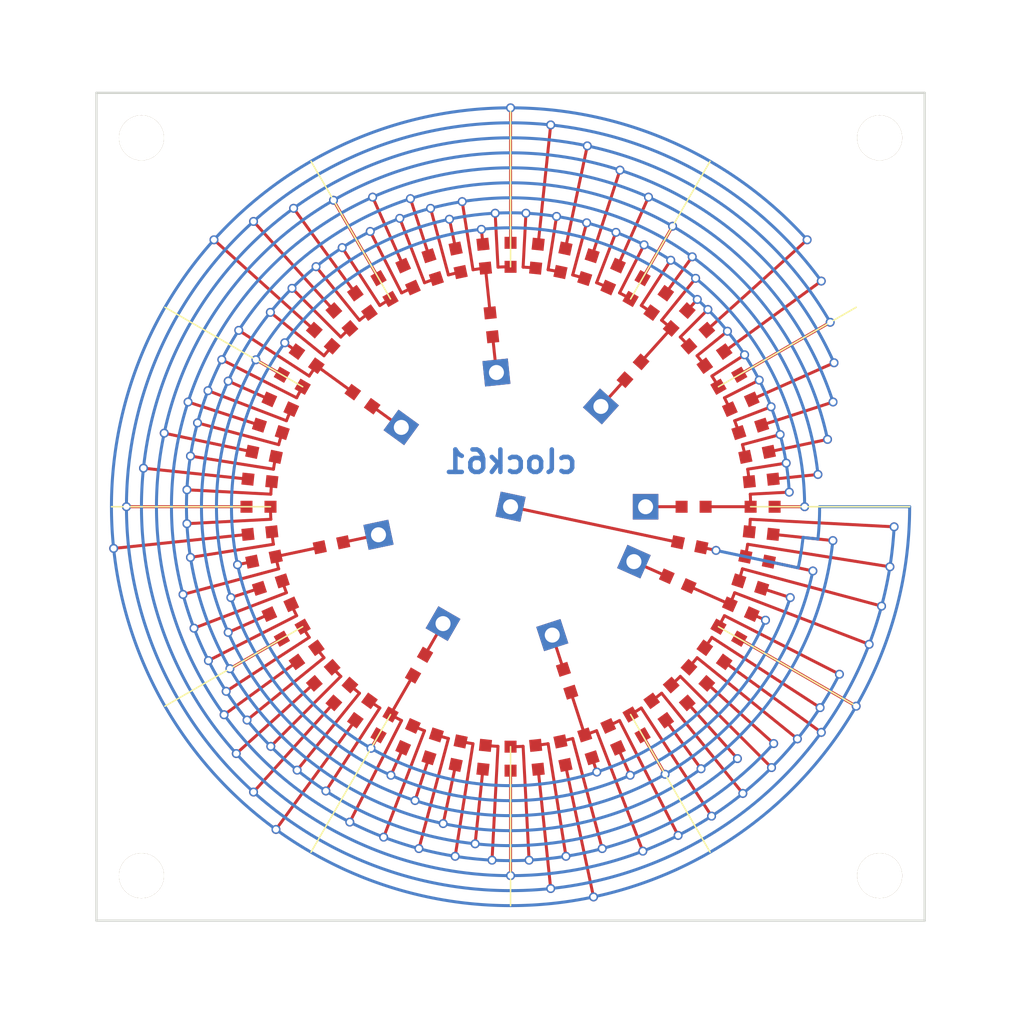
<source format=kicad_pcb>
(kicad_pcb (version 4) (host pcbnew 4.0.7-e2-6376~58~ubuntu16.04.1)

  (general
    (links 0)
    (no_connects 0)
    (area 150 100 180 100)
    (thickness 1.6)
    (drawings 2)
    (tracks 0)
    (zones 0)
    (modules 0)
    (nets 1)
  )

  (page A4)
  (layers
    (0 F.Cu signal)
    (31 B.Cu signal)
    (32 B.Adhes user)
    (33 F.Adhes user)
    (34 B.Paste user)
    (35 F.Paste user)
    (36 B.SilkS user)
    (37 F.SilkS user)
    (38 B.Mask user)
    (39 F.Mask user)
    (40 Dwgs.User user)
    (41 Cmts.User user)
    (42 Eco1.User user)
    (43 Eco2.User user)
    (44 Edge.Cuts user)
    (45 Margin user)
    (46 B.CrtYd user)
    (47 F.CrtYd user)
    (48 B.Fab user)
    (49 F.Fab user)
  )

  (setup
    (last_trace_width 0.25)
    (trace_clearance 0.2)
    (zone_clearance 0.508)
    (zone_45_only no)
    (trace_min 0.2)
    (segment_width 0.2)
    (edge_width 0.15)
    (via_size 0.6)
    (via_drill 0.4)
    (via_min_size 0.4)
    (via_min_drill 0.3)
    (uvia_size 0.3)
    (uvia_drill 0.1)
    (uvias_allowed no)
    (uvia_min_size 0.2)
    (uvia_min_drill 0.1)
    (pcb_text_width 0.3)
    (pcb_text_size 1.5 1.5)
    (mod_edge_width 0.15)
    (mod_text_size 1 1)
    (mod_text_width 0.15)
    (pad_size 1.524 1.524)
    (pad_drill 0.762)
    (pad_to_mask_clearance 0.2)
    (aux_axis_origin 0 0)
    (visible_elements FFFFFF7F)
    (pcbplotparams
      (layerselection 0x00030_80000001)
      (usegerberextensions false)
      (excludeedgelayer true)
      (linewidth 0.150000)
      (plotframeref false)
      (viasonmask false)
      (mode 1)
      (useauxorigin false)
      (hpglpennumber 1)
      (hpglpenspeed 20)
      (hpglpendiameter 15)
      (hpglpenoverlay 2)
      (psnegative false)
      (psa4output false)
      (plotreference true)
      (plotvalue true)
      (plotinvisibletext false)
      (padsonsilk false)
      (subtractmaskfromsilk false)
      (outputformat 1)
      (mirror false)
      (drillshape 1)
      (scaleselection 1)
      (outputdirectory ""))
  )

  (net 0 "")

  (net_class Default "This is the default net class."
    (clearance 0.2)
    (trace_width 0.25)
    (via_dia 0.6)
    (via_drill 0.4)
    (uvia_dia 0.3)
    (uvia_drill 0.1)
  )

  (gr_line (start    163.000    100.000) (end    180.000    100.000) (angle   0.0) (layer F.Fab) (width 0.05))
  (gr_text " 0 0.0" (at    182.000    100.000   0.0) (layer F.Fab)(effects (font (size 0.5 0.5) (thickness 0.1))) )
  (gr_line (start    162.982     99.320) (end    179.959     98.430) (angle   3.0) (layer F.Fab) (width 0.05))
  (gr_text " 1 3.0" (at    181.956     98.325   3.0) (layer F.Fab)(effects (font (size 0.5 0.5) (thickness 0.1))) )
  (gr_line (start    162.929     98.641) (end    179.836     96.864) (angle   6.0) (layer F.Fab) (width 0.05))
  (gr_text " 2 6.0" (at    181.825     96.655   6.0) (layer F.Fab)(effects (font (size 0.5 0.5) (thickness 0.1))) )
  (gr_line (start    162.840     97.966) (end    179.631     95.307) (angle   9.0) (layer F.Fab) (width 0.05))
  (gr_text " 3 9.0" (at    181.606     94.994   9.0) (layer F.Fab)(effects (font (size 0.5 0.5) (thickness 0.1))) )
  (gr_line (start    162.716     97.297) (end    179.344     93.763) (angle  12.0) (layer F.Fab) (width 0.05))
  (gr_text " 4 12.0" (at    181.301     93.347  12.0) (layer F.Fab)(effects (font (size 0.5 0.5) (thickness 0.1))) )
  (gr_line (start    162.557     96.635) (end    178.978     92.235) (angle  15.0) (layer F.Fab) (width 0.05))
  (gr_text " 5 15.0" (at    180.910     91.718  15.0) (layer F.Fab)(effects (font (size 0.5 0.5) (thickness 0.1))) )
  (gr_line (start    162.364     95.983) (end    178.532     90.729) (angle  18.0) (layer F.Fab) (width 0.05))
  (gr_text " 6 18.0" (at    180.434     90.111  18.0) (layer F.Fab)(effects (font (size 0.5 0.5) (thickness 0.1))) )
  (gr_line (start    162.137     95.341) (end    178.007     89.249) (angle  21.0) (layer F.Fab) (width 0.05))
  (gr_text " 7 21.0" (at    179.875     88.532  21.0) (layer F.Fab)(effects (font (size 0.5 0.5) (thickness 0.1))) )
  (gr_line (start    161.876     94.712) (end    177.406     87.798) (angle  24.0) (layer F.Fab) (width 0.05))
  (gr_text " 8 24.0" (at    179.233     86.984  24.0) (layer F.Fab)(effects (font (size 0.5 0.5) (thickness 0.1))) )
  (gr_line (start    161.583     94.098) (end    176.730     86.380) (angle  27.0) (layer F.Fab) (width 0.05))
  (gr_text " 9 27.0" (at    178.512     85.472  27.0) (layer F.Fab)(effects (font (size 0.5 0.5) (thickness 0.1))) )
  (gr_line (start    161.258     93.500) (end    175.981     85.000) (angle  30.0) (layer F.Fab) (width 0.05))
  (gr_text " 10 30.0" (at    177.713     84.000  30.0) (layer F.Fab)(effects (font (size 0.5 0.5) (thickness 0.1))) )
  (gr_line (start    160.903     92.920) (end    175.160     83.661) (angle  33.0) (layer F.Fab) (width 0.05))
  (gr_text " 11 33.0" (at    176.837     82.572  33.0) (layer F.Fab)(effects (font (size 0.5 0.5) (thickness 0.1))) )
  (gr_line (start    160.517     92.359) (end    174.271     82.366) (angle  36.0) (layer F.Fab) (width 0.05))
  (gr_text " 12 36.0" (at    175.889     81.191  36.0) (layer F.Fab)(effects (font (size 0.5 0.5) (thickness 0.1))) )
  (gr_line (start    160.103     91.819) (end    173.314     81.120) (angle  39.0) (layer F.Fab) (width 0.05))
  (gr_text " 13 39.0" (at    174.869     79.862  39.0) (layer F.Fab)(effects (font (size 0.5 0.5) (thickness 0.1))) )
  (gr_line (start    159.661     91.301) (end    172.294     79.926) (angle  42.0) (layer F.Fab) (width 0.05))
  (gr_text " 14 42.0" (at    173.781     78.588  42.0) (layer F.Fab)(effects (font (size 0.5 0.5) (thickness 0.1))) )
  (gr_line (start    159.192     90.808) (end    171.213     78.787) (angle  45.0) (layer F.Fab) (width 0.05))
  (gr_text " 15 45.0" (at    172.627     77.373  45.0) (layer F.Fab)(effects (font (size 0.5 0.5) (thickness 0.1))) )
  (gr_line (start    158.699     90.339) (end    170.074     77.706) (angle  48.0) (layer F.Fab) (width 0.05))
  (gr_text " 16 48.0" (at    171.412     76.219  48.0) (layer F.Fab)(effects (font (size 0.5 0.5) (thickness 0.1))) )
  (gr_line (start    158.181     89.897) (end    168.880     76.686) (angle  51.0) (layer F.Fab) (width 0.05))
  (gr_text " 17 51.0" (at    170.138     75.131  51.0) (layer F.Fab)(effects (font (size 0.5 0.5) (thickness 0.1))) )
  (gr_line (start    157.641     89.483) (end    167.634     75.729) (angle  54.0) (layer F.Fab) (width 0.05))
  (gr_text " 18 54.0" (at    168.809     74.111  54.0) (layer F.Fab)(effects (font (size 0.5 0.5) (thickness 0.1))) )
  (gr_line (start    157.080     89.097) (end    166.339     74.840) (angle  57.0) (layer F.Fab) (width 0.05))
  (gr_text " 19 57.0" (at    167.428     73.163  57.0) (layer F.Fab)(effects (font (size 0.5 0.5) (thickness 0.1))) )
  (gr_line (start    156.500     88.742) (end    165.000     74.019) (angle  60.0) (layer F.Fab) (width 0.05))
  (gr_text " 20 60.0" (at    166.000     72.287  60.0) (layer F.Fab)(effects (font (size 0.5 0.5) (thickness 0.1))) )
  (gr_line (start    155.902     88.417) (end    163.620     73.270) (angle  63.0) (layer F.Fab) (width 0.05))
  (gr_text " 21 63.0" (at    164.528     71.488  63.0) (layer F.Fab)(effects (font (size 0.5 0.5) (thickness 0.1))) )
  (gr_line (start    155.288     88.124) (end    162.202     72.594) (angle  66.0) (layer F.Fab) (width 0.05))
  (gr_text " 22 66.0" (at    163.016     70.767  66.0) (layer F.Fab)(effects (font (size 0.5 0.5) (thickness 0.1))) )
  (gr_line (start    154.659     87.863) (end    160.751     71.993) (angle  69.0) (layer F.Fab) (width 0.05))
  (gr_text " 23 69.0" (at    161.468     70.125  69.0) (layer F.Fab)(effects (font (size 0.5 0.5) (thickness 0.1))) )
  (gr_line (start    154.017     87.636) (end    159.271     71.468) (angle  72.0) (layer F.Fab) (width 0.05))
  (gr_text " 24 72.0" (at    159.889     69.566  72.0) (layer F.Fab)(effects (font (size 0.5 0.5) (thickness 0.1))) )
  (gr_line (start    153.365     87.443) (end    157.765     71.022) (angle  75.0) (layer F.Fab) (width 0.05))
  (gr_text " 25 75.0" (at    158.282     69.090  75.0) (layer F.Fab)(effects (font (size 0.5 0.5) (thickness 0.1))) )
  (gr_line (start    152.703     87.284) (end    156.237     70.656) (angle  78.0) (layer F.Fab) (width 0.05))
  (gr_text " 26 78.0" (at    156.653     68.699  78.0) (layer F.Fab)(effects (font (size 0.5 0.5) (thickness 0.1))) )
  (gr_line (start    152.034     87.160) (end    154.693     70.369) (angle  81.0) (layer F.Fab) (width 0.05))
  (gr_text " 27 81.0" (at    155.006     68.394  81.0) (layer F.Fab)(effects (font (size 0.5 0.5) (thickness 0.1))) )
  (gr_line (start    151.359     87.071) (end    153.136     70.164) (angle  84.0) (layer F.Fab) (width 0.05))
  (gr_text " 28 84.0" (at    153.345     68.175  84.0) (layer F.Fab)(effects (font (size 0.5 0.5) (thickness 0.1))) )
  (gr_line (start    150.680     87.018) (end    151.570     70.041) (angle  87.0) (layer F.Fab) (width 0.05))
  (gr_text " 29 87.0" (at    151.675     68.044  87.0) (layer F.Fab)(effects (font (size 0.5 0.5) (thickness 0.1))) )
  (gr_line (start    150.000     87.000) (end    150.000     70.000) (angle  90.0) (layer F.Fab) (width 0.05))
  (gr_text " 30 90.0" (at    150.000     68.000  90.0) (layer F.Fab)(effects (font (size 0.5 0.5) (thickness 0.1))) )
  (gr_line (start    149.320     87.018) (end    148.430     70.041) (angle  93.0) (layer F.Fab) (width 0.05))
  (gr_text " 31 93.0" (at    148.325     68.044  93.0) (layer F.Fab)(effects (font (size 0.5 0.5) (thickness 0.1))) )
  (gr_line (start    148.641     87.071) (end    146.864     70.164) (angle  96.0) (layer F.Fab) (width 0.05))
  (gr_text " 32 96.0" (at    146.655     68.175  96.0) (layer F.Fab)(effects (font (size 0.5 0.5) (thickness 0.1))) )
  (gr_line (start    147.966     87.160) (end    145.307     70.369) (angle  99.0) (layer F.Fab) (width 0.05))
  (gr_text " 33 99.0" (at    144.994     68.394  99.0) (layer F.Fab)(effects (font (size 0.5 0.5) (thickness 0.1))) )
  (gr_line (start    147.297     87.284) (end    143.763     70.656) (angle 102.0) (layer F.Fab) (width 0.05))
  (gr_text " 34 102.0" (at    143.347     68.699 102.0) (layer F.Fab)(effects (font (size 0.5 0.5) (thickness 0.1))) )
  (gr_line (start    146.635     87.443) (end    142.235     71.022) (angle 105.0) (layer F.Fab) (width 0.05))
  (gr_text " 35 105.0" (at    141.718     69.090 105.0) (layer F.Fab)(effects (font (size 0.5 0.5) (thickness 0.1))) )
  (gr_line (start    145.983     87.636) (end    140.729     71.468) (angle 108.0) (layer F.Fab) (width 0.05))
  (gr_text " 36 108.0" (at    140.111     69.566 108.0) (layer F.Fab)(effects (font (size 0.5 0.5) (thickness 0.1))) )
  (gr_line (start    145.341     87.863) (end    139.249     71.993) (angle 111.0) (layer F.Fab) (width 0.05))
  (gr_text " 37 111.0" (at    138.532     70.125 111.0) (layer F.Fab)(effects (font (size 0.5 0.5) (thickness 0.1))) )
  (gr_line (start    144.712     88.124) (end    137.798     72.594) (angle 114.0) (layer F.Fab) (width 0.05))
  (gr_text " 38 114.0" (at    136.984     70.767 114.0) (layer F.Fab)(effects (font (size 0.5 0.5) (thickness 0.1))) )
  (gr_line (start    144.098     88.417) (end    136.380     73.270) (angle 117.0) (layer F.Fab) (width 0.05))
  (gr_text " 39 117.0" (at    135.472     71.488 117.0) (layer F.Fab)(effects (font (size 0.5 0.5) (thickness 0.1))) )
  (gr_line (start    143.500     88.742) (end    135.000     74.019) (angle 120.0) (layer F.Fab) (width 0.05))
  (gr_text " 40 120.0" (at    134.000     72.287 120.0) (layer F.Fab)(effects (font (size 0.5 0.5) (thickness 0.1))) )
  (gr_line (start    142.920     89.097) (end    133.661     74.840) (angle 123.0) (layer F.Fab) (width 0.05))
  (gr_text " 41 123.0" (at    132.572     73.163 123.0) (layer F.Fab)(effects (font (size 0.5 0.5) (thickness 0.1))) )
  (gr_line (start    142.359     89.483) (end    132.366     75.729) (angle 126.0) (layer F.Fab) (width 0.05))
  (gr_text " 42 126.0" (at    131.191     74.111 126.0) (layer F.Fab)(effects (font (size 0.5 0.5) (thickness 0.1))) )
  (gr_line (start    141.819     89.897) (end    131.120     76.686) (angle 129.0) (layer F.Fab) (width 0.05))
  (gr_text " 43 129.0" (at    129.862     75.131 129.0) (layer F.Fab)(effects (font (size 0.5 0.5) (thickness 0.1))) )
  (gr_line (start    141.301     90.339) (end    129.926     77.706) (angle 132.0) (layer F.Fab) (width 0.05))
  (gr_text " 44 132.0" (at    128.588     76.219 132.0) (layer F.Fab)(effects (font (size 0.5 0.5) (thickness 0.1))) )
  (gr_line (start    140.808     90.808) (end    128.787     78.787) (angle 135.0) (layer F.Fab) (width 0.05))
  (gr_text " 45 135.0" (at    127.373     77.373 135.0) (layer F.Fab)(effects (font (size 0.5 0.5) (thickness 0.1))) )
  (gr_line (start    140.339     91.301) (end    127.706     79.926) (angle 138.0) (layer F.Fab) (width 0.05))
  (gr_text " 46 138.0" (at    126.219     78.588 138.0) (layer F.Fab)(effects (font (size 0.5 0.5) (thickness 0.1))) )
  (gr_line (start    139.897     91.819) (end    126.686     81.120) (angle 141.0) (layer F.Fab) (width 0.05))
  (gr_text " 47 141.0" (at    125.131     79.862 141.0) (layer F.Fab)(effects (font (size 0.5 0.5) (thickness 0.1))) )
  (gr_line (start    139.483     92.359) (end    125.729     82.366) (angle 144.0) (layer F.Fab) (width 0.05))
  (gr_text " 48 144.0" (at    124.111     81.191 144.0) (layer F.Fab)(effects (font (size 0.5 0.5) (thickness 0.1))) )
  (gr_line (start    139.097     92.920) (end    124.840     83.661) (angle 147.0) (layer F.Fab) (width 0.05))
  (gr_text " 49 147.0" (at    123.163     82.572 147.0) (layer F.Fab)(effects (font (size 0.5 0.5) (thickness 0.1))) )
  (gr_line (start    138.742     93.500) (end    124.019     85.000) (angle 150.0) (layer F.Fab) (width 0.05))
  (gr_text " 50 150.0" (at    122.287     84.000 150.0) (layer F.Fab)(effects (font (size 0.5 0.5) (thickness 0.1))) )
  (gr_line (start    138.417     94.098) (end    123.270     86.380) (angle 153.0) (layer F.Fab) (width 0.05))
  (gr_text " 51 153.0" (at    121.488     85.472 153.0) (layer F.Fab)(effects (font (size 0.5 0.5) (thickness 0.1))) )
  (gr_line (start    138.124     94.712) (end    122.594     87.798) (angle 156.0) (layer F.Fab) (width 0.05))
  (gr_text " 52 156.0" (at    120.767     86.984 156.0) (layer F.Fab)(effects (font (size 0.5 0.5) (thickness 0.1))) )
  (gr_line (start    137.863     95.341) (end    121.993     89.249) (angle 159.0) (layer F.Fab) (width 0.05))
  (gr_text " 53 159.0" (at    120.125     88.532 159.0) (layer F.Fab)(effects (font (size 0.5 0.5) (thickness 0.1))) )
  (gr_line (start    137.636     95.983) (end    121.468     90.729) (angle 162.0) (layer F.Fab) (width 0.05))
  (gr_text " 54 162.0" (at    119.566     90.111 162.0) (layer F.Fab)(effects (font (size 0.5 0.5) (thickness 0.1))) )
  (gr_line (start    137.443     96.635) (end    121.022     92.235) (angle 165.0) (layer F.Fab) (width 0.05))
  (gr_text " 55 165.0" (at    119.090     91.718 165.0) (layer F.Fab)(effects (font (size 0.5 0.5) (thickness 0.1))) )
  (gr_line (start    137.284     97.297) (end    120.656     93.763) (angle 168.0) (layer F.Fab) (width 0.05))
  (gr_text " 56 168.0" (at    118.699     93.347 168.0) (layer F.Fab)(effects (font (size 0.5 0.5) (thickness 0.1))) )
  (gr_line (start    137.160     97.966) (end    120.369     95.307) (angle 171.0) (layer F.Fab) (width 0.05))
  (gr_text " 57 171.0" (at    118.394     94.994 171.0) (layer F.Fab)(effects (font (size 0.5 0.5) (thickness 0.1))) )
  (gr_line (start    137.071     98.641) (end    120.164     96.864) (angle 174.0) (layer F.Fab) (width 0.05))
  (gr_text " 58 174.0" (at    118.175     96.655 174.0) (layer F.Fab)(effects (font (size 0.5 0.5) (thickness 0.1))) )
  (gr_line (start    137.018     99.320) (end    120.041     98.430) (angle 177.0) (layer F.Fab) (width 0.05))
  (gr_text " 59 177.0" (at    118.044     98.325 177.0) (layer F.Fab)(effects (font (size 0.5 0.5) (thickness 0.1))) )
  (gr_line (start    137.000    100.000) (end    120.000    100.000) (angle 180.0) (layer F.Fab) (width 0.05))
  (gr_text " 60 180.0" (at    118.000    100.000 180.0) (layer F.Fab)(effects (font (size 0.5 0.5) (thickness 0.1))) )
  (gr_line (start    137.018    100.680) (end    120.041    101.570) (angle 183.0) (layer F.Fab) (width 0.05))
  (gr_text " 61 183.0" (at    118.044    101.675 183.0) (layer F.Fab)(effects (font (size 0.5 0.5) (thickness 0.1))) )
  (gr_line (start    137.071    101.359) (end    120.164    103.136) (angle 186.0) (layer F.Fab) (width 0.05))
  (gr_text " 62 186.0" (at    118.175    103.345 186.0) (layer F.Fab)(effects (font (size 0.5 0.5) (thickness 0.1))) )
  (gr_line (start    137.160    102.034) (end    120.369    104.693) (angle 189.0) (layer F.Fab) (width 0.05))
  (gr_text " 63 189.0" (at    118.394    105.006 189.0) (layer F.Fab)(effects (font (size 0.5 0.5) (thickness 0.1))) )
  (gr_line (start    137.284    102.703) (end    120.656    106.237) (angle 192.0) (layer F.Fab) (width 0.05))
  (gr_text " 64 192.0" (at    118.699    106.653 192.0) (layer F.Fab)(effects (font (size 0.5 0.5) (thickness 0.1))) )
  (gr_line (start    137.443    103.365) (end    121.022    107.765) (angle 195.0) (layer F.Fab) (width 0.05))
  (gr_text " 65 195.0" (at    119.090    108.282 195.0) (layer F.Fab)(effects (font (size 0.5 0.5) (thickness 0.1))) )
  (gr_line (start    137.636    104.017) (end    121.468    109.271) (angle 198.0) (layer F.Fab) (width 0.05))
  (gr_text " 66 198.0" (at    119.566    109.889 198.0) (layer F.Fab)(effects (font (size 0.5 0.5) (thickness 0.1))) )
  (gr_line (start    137.863    104.659) (end    121.993    110.751) (angle 201.0) (layer F.Fab) (width 0.05))
  (gr_text " 67 201.0" (at    120.125    111.468 201.0) (layer F.Fab)(effects (font (size 0.5 0.5) (thickness 0.1))) )
  (gr_line (start    138.124    105.288) (end    122.594    112.202) (angle 204.0) (layer F.Fab) (width 0.05))
  (gr_text " 68 204.0" (at    120.767    113.016 204.0) (layer F.Fab)(effects (font (size 0.5 0.5) (thickness 0.1))) )
  (gr_line (start    138.417    105.902) (end    123.270    113.620) (angle 207.0) (layer F.Fab) (width 0.05))
  (gr_text " 69 207.0" (at    121.488    114.528 207.0) (layer F.Fab)(effects (font (size 0.5 0.5) (thickness 0.1))) )
  (gr_line (start    138.742    106.500) (end    124.019    115.000) (angle 210.0) (layer F.Fab) (width 0.05))
  (gr_text " 70 210.0" (at    122.287    116.000 210.0) (layer F.Fab)(effects (font (size 0.5 0.5) (thickness 0.1))) )
  (gr_line (start    139.097    107.080) (end    124.840    116.339) (angle 213.0) (layer F.Fab) (width 0.05))
  (gr_text " 71 213.0" (at    123.163    117.428 213.0) (layer F.Fab)(effects (font (size 0.5 0.5) (thickness 0.1))) )
  (gr_line (start    139.483    107.641) (end    125.729    117.634) (angle 216.0) (layer F.Fab) (width 0.05))
  (gr_text " 72 216.0" (at    124.111    118.809 216.0) (layer F.Fab)(effects (font (size 0.5 0.5) (thickness 0.1))) )
  (gr_line (start    139.897    108.181) (end    126.686    118.880) (angle 219.0) (layer F.Fab) (width 0.05))
  (gr_text " 73 219.0" (at    125.131    120.138 219.0) (layer F.Fab)(effects (font (size 0.5 0.5) (thickness 0.1))) )
  (gr_line (start    140.339    108.699) (end    127.706    120.074) (angle 222.0) (layer F.Fab) (width 0.05))
  (gr_text " 74 222.0" (at    126.219    121.412 222.0) (layer F.Fab)(effects (font (size 0.5 0.5) (thickness 0.1))) )
  (gr_line (start    140.808    109.192) (end    128.787    121.213) (angle 225.0) (layer F.Fab) (width 0.05))
  (gr_text " 75 225.0" (at    127.373    122.627 225.0) (layer F.Fab)(effects (font (size 0.5 0.5) (thickness 0.1))) )
  (gr_line (start    141.301    109.661) (end    129.926    122.294) (angle 228.0) (layer F.Fab) (width 0.05))
  (gr_text " 76 228.0" (at    128.588    123.781 228.0) (layer F.Fab)(effects (font (size 0.5 0.5) (thickness 0.1))) )
  (gr_line (start    141.819    110.103) (end    131.120    123.314) (angle 231.0) (layer F.Fab) (width 0.05))
  (gr_text " 77 231.0" (at    129.862    124.869 231.0) (layer F.Fab)(effects (font (size 0.5 0.5) (thickness 0.1))) )
  (gr_line (start    142.359    110.517) (end    132.366    124.271) (angle 234.0) (layer F.Fab) (width 0.05))
  (gr_text " 78 234.0" (at    131.191    125.889 234.0) (layer F.Fab)(effects (font (size 0.5 0.5) (thickness 0.1))) )
  (gr_line (start    142.920    110.903) (end    133.661    125.160) (angle 237.0) (layer F.Fab) (width 0.05))
  (gr_text " 79 237.0" (at    132.572    126.837 237.0) (layer F.Fab)(effects (font (size 0.5 0.5) (thickness 0.1))) )
  (gr_line (start    143.500    111.258) (end    135.000    125.981) (angle 240.0) (layer F.Fab) (width 0.05))
  (gr_text " 80 240.0" (at    134.000    127.713 240.0) (layer F.Fab)(effects (font (size 0.5 0.5) (thickness 0.1))) )
  (gr_line (start    144.098    111.583) (end    136.380    126.730) (angle 243.0) (layer F.Fab) (width 0.05))
  (gr_text " 81 243.0" (at    135.472    128.512 243.0) (layer F.Fab)(effects (font (size 0.5 0.5) (thickness 0.1))) )
  (gr_line (start    144.712    111.876) (end    137.798    127.406) (angle 246.0) (layer F.Fab) (width 0.05))
  (gr_text " 82 246.0" (at    136.984    129.233 246.0) (layer F.Fab)(effects (font (size 0.5 0.5) (thickness 0.1))) )
  (gr_line (start    145.341    112.137) (end    139.249    128.007) (angle 249.0) (layer F.Fab) (width 0.05))
  (gr_text " 83 249.0" (at    138.532    129.875 249.0) (layer F.Fab)(effects (font (size 0.5 0.5) (thickness 0.1))) )
  (gr_line (start    145.983    112.364) (end    140.729    128.532) (angle 252.0) (layer F.Fab) (width 0.05))
  (gr_text " 84 252.0" (at    140.111    130.434 252.0) (layer F.Fab)(effects (font (size 0.5 0.5) (thickness 0.1))) )
  (gr_line (start    146.635    112.557) (end    142.235    128.978) (angle 255.0) (layer F.Fab) (width 0.05))
  (gr_text " 85 255.0" (at    141.718    130.910 255.0) (layer F.Fab)(effects (font (size 0.5 0.5) (thickness 0.1))) )
  (gr_line (start    147.297    112.716) (end    143.763    129.344) (angle 258.0) (layer F.Fab) (width 0.05))
  (gr_text " 86 258.0" (at    143.347    131.301 258.0) (layer F.Fab)(effects (font (size 0.5 0.5) (thickness 0.1))) )
  (gr_line (start    147.966    112.840) (end    145.307    129.631) (angle 261.0) (layer F.Fab) (width 0.05))
  (gr_text " 87 261.0" (at    144.994    131.606 261.0) (layer F.Fab)(effects (font (size 0.5 0.5) (thickness 0.1))) )
  (gr_line (start    148.641    112.929) (end    146.864    129.836) (angle 264.0) (layer F.Fab) (width 0.05))
  (gr_text " 88 264.0" (at    146.655    131.825 264.0) (layer F.Fab)(effects (font (size 0.5 0.5) (thickness 0.1))) )
  (gr_line (start    149.320    112.982) (end    148.430    129.959) (angle 267.0) (layer F.Fab) (width 0.05))
  (gr_text " 89 267.0" (at    148.325    131.956 267.0) (layer F.Fab)(effects (font (size 0.5 0.5) (thickness 0.1))) )
  (gr_line (start    150.000    113.000) (end    150.000    130.000) (angle 270.0) (layer F.Fab) (width 0.05))
  (gr_text " 90 270.0" (at    150.000    132.000 270.0) (layer F.Fab)(effects (font (size 0.5 0.5) (thickness 0.1))) )
  (gr_line (start    150.680    112.982) (end    151.570    129.959) (angle 273.0) (layer F.Fab) (width 0.05))
  (gr_text " 91 273.0" (at    151.675    131.956 273.0) (layer F.Fab)(effects (font (size 0.5 0.5) (thickness 0.1))) )
  (gr_line (start    151.359    112.929) (end    153.136    129.836) (angle 276.0) (layer F.Fab) (width 0.05))
  (gr_text " 92 276.0" (at    153.345    131.825 276.0) (layer F.Fab)(effects (font (size 0.5 0.5) (thickness 0.1))) )
  (gr_line (start    152.034    112.840) (end    154.693    129.631) (angle 279.0) (layer F.Fab) (width 0.05))
  (gr_text " 93 279.0" (at    155.006    131.606 279.0) (layer F.Fab)(effects (font (size 0.5 0.5) (thickness 0.1))) )
  (gr_line (start    152.703    112.716) (end    156.237    129.344) (angle 282.0) (layer F.Fab) (width 0.05))
  (gr_text " 94 282.0" (at    156.653    131.301 282.0) (layer F.Fab)(effects (font (size 0.5 0.5) (thickness 0.1))) )
  (gr_line (start    153.365    112.557) (end    157.765    128.978) (angle 285.0) (layer F.Fab) (width 0.05))
  (gr_text " 95 285.0" (at    158.282    130.910 285.0) (layer F.Fab)(effects (font (size 0.5 0.5) (thickness 0.1))) )
  (gr_line (start    154.017    112.364) (end    159.271    128.532) (angle 288.0) (layer F.Fab) (width 0.05))
  (gr_text " 96 288.0" (at    159.889    130.434 288.0) (layer F.Fab)(effects (font (size 0.5 0.5) (thickness 0.1))) )
  (gr_line (start    154.659    112.137) (end    160.751    128.007) (angle 291.0) (layer F.Fab) (width 0.05))
  (gr_text " 97 291.0" (at    161.468    129.875 291.0) (layer F.Fab)(effects (font (size 0.5 0.5) (thickness 0.1))) )
  (gr_line (start    155.288    111.876) (end    162.202    127.406) (angle 294.0) (layer F.Fab) (width 0.05))
  (gr_text " 98 294.0" (at    163.016    129.233 294.0) (layer F.Fab)(effects (font (size 0.5 0.5) (thickness 0.1))) )
  (gr_line (start    155.902    111.583) (end    163.620    126.730) (angle 297.0) (layer F.Fab) (width 0.05))
  (gr_text " 99 297.0" (at    164.528    128.512 297.0) (layer F.Fab)(effects (font (size 0.5 0.5) (thickness 0.1))) )
  (gr_line (start    156.500    111.258) (end    165.000    125.981) (angle 300.0) (layer F.Fab) (width 0.05))
  (gr_text " 100 300.0" (at    166.000    127.713 300.0) (layer F.Fab)(effects (font (size 0.5 0.5) (thickness 0.1))) )
  (gr_line (start    157.080    110.903) (end    166.339    125.160) (angle 303.0) (layer F.Fab) (width 0.05))
  (gr_text " 101 303.0" (at    167.428    126.837 303.0) (layer F.Fab)(effects (font (size 0.5 0.5) (thickness 0.1))) )
  (gr_line (start    157.641    110.517) (end    167.634    124.271) (angle 306.0) (layer F.Fab) (width 0.05))
  (gr_text " 102 306.0" (at    168.809    125.889 306.0) (layer F.Fab)(effects (font (size 0.5 0.5) (thickness 0.1))) )
  (gr_line (start    158.181    110.103) (end    168.880    123.314) (angle 309.0) (layer F.Fab) (width 0.05))
  (gr_text " 103 309.0" (at    170.138    124.869 309.0) (layer F.Fab)(effects (font (size 0.5 0.5) (thickness 0.1))) )
  (gr_line (start    158.699    109.661) (end    170.074    122.294) (angle 312.0) (layer F.Fab) (width 0.05))
  (gr_text " 104 312.0" (at    171.412    123.781 312.0) (layer F.Fab)(effects (font (size 0.5 0.5) (thickness 0.1))) )
  (gr_line (start    159.192    109.192) (end    171.213    121.213) (angle 315.0) (layer F.Fab) (width 0.05))
  (gr_text " 105 315.0" (at    172.627    122.627 315.0) (layer F.Fab)(effects (font (size 0.5 0.5) (thickness 0.1))) )
  (gr_line (start    159.661    108.699) (end    172.294    120.074) (angle 318.0) (layer F.Fab) (width 0.05))
  (gr_text " 106 318.0" (at    173.781    121.412 318.0) (layer F.Fab)(effects (font (size 0.5 0.5) (thickness 0.1))) )
  (gr_line (start    160.103    108.181) (end    173.314    118.880) (angle 321.0) (layer F.Fab) (width 0.05))
  (gr_text " 107 321.0" (at    174.869    120.138 321.0) (layer F.Fab)(effects (font (size 0.5 0.5) (thickness 0.1))) )
  (gr_line (start    160.517    107.641) (end    174.271    117.634) (angle 324.0) (layer F.Fab) (width 0.05))
  (gr_text " 108 324.0" (at    175.889    118.809 324.0) (layer F.Fab)(effects (font (size 0.5 0.5) (thickness 0.1))) )
  (gr_line (start    160.903    107.080) (end    175.160    116.339) (angle 327.0) (layer F.Fab) (width 0.05))
  (gr_text " 109 327.0" (at    176.837    117.428 327.0) (layer F.Fab)(effects (font (size 0.5 0.5) (thickness 0.1))) )
  (gr_line (start    161.258    106.500) (end    175.981    115.000) (angle 330.0) (layer F.Fab) (width 0.05))
  (gr_text " 110 330.0" (at    177.713    116.000 330.0) (layer F.Fab)(effects (font (size 0.5 0.5) (thickness 0.1))) )
  (gr_line (start    161.583    105.902) (end    176.730    113.620) (angle 333.0) (layer F.Fab) (width 0.05))
  (gr_text " 111 333.0" (at    178.512    114.528 333.0) (layer F.Fab)(effects (font (size 0.5 0.5) (thickness 0.1))) )
  (gr_line (start    161.876    105.288) (end    177.406    112.202) (angle 336.0) (layer F.Fab) (width 0.05))
  (gr_text " 112 336.0" (at    179.233    113.016 336.0) (layer F.Fab)(effects (font (size 0.5 0.5) (thickness 0.1))) )
  (gr_line (start    162.137    104.659) (end    178.007    110.751) (angle 339.0) (layer F.Fab) (width 0.05))
  (gr_text " 113 339.0" (at    179.875    111.468 339.0) (layer F.Fab)(effects (font (size 0.5 0.5) (thickness 0.1))) )
  (gr_line (start    162.364    104.017) (end    178.532    109.271) (angle 342.0) (layer F.Fab) (width 0.05))
  (gr_text " 114 342.0" (at    180.434    109.889 342.0) (layer F.Fab)(effects (font (size 0.5 0.5) (thickness 0.1))) )
  (gr_line (start    162.557    103.365) (end    178.978    107.765) (angle 345.0) (layer F.Fab) (width 0.05))
  (gr_text " 115 345.0" (at    180.910    108.282 345.0) (layer F.Fab)(effects (font (size 0.5 0.5) (thickness 0.1))) )
  (gr_line (start    162.716    102.703) (end    179.344    106.237) (angle 348.0) (layer F.Fab) (width 0.05))
  (gr_text " 116 348.0" (at    181.301    106.653 348.0) (layer F.Fab)(effects (font (size 0.5 0.5) (thickness 0.1))) )
  (gr_line (start    162.840    102.034) (end    179.631    104.693) (angle 351.0) (layer F.Fab) (width 0.05))
  (gr_text " 117 351.0" (at    181.606    105.006 351.0) (layer F.Fab)(effects (font (size 0.5 0.5) (thickness 0.1))) )
  (gr_line (start    162.929    101.359) (end    179.836    103.136) (angle 354.0) (layer F.Fab) (width 0.05))
  (gr_text " 118 354.0" (at    181.825    103.345 354.0) (layer F.Fab)(effects (font (size 0.5 0.5) (thickness 0.1))) )
  (gr_line (start    162.982    100.680) (end    179.959    101.570) (angle 357.0) (layer F.Fab) (width 0.05))
  (gr_text " 119 357.0" (at    181.956    101.675 357.0) (layer F.Fab)(effects (font (size 0.5 0.5) (thickness 0.1))) )
  (gr_line (start    166.000    100.000) (end    176.600    100.000) (angle   0.0) (layer F.SilkS) (width 0.1))
  (gr_line (start    163.856     92.000) (end    173.036     86.700) (angle  30.0) (layer F.SilkS) (width 0.1))
  (gr_line (start    158.000     86.144) (end    163.300     76.964) (angle  60.0) (layer F.SilkS) (width 0.1))
  (gr_line (start    150.000     84.000) (end    150.000     73.400) (angle  90.0) (layer F.SilkS) (width 0.1))
  (gr_line (start    142.000     86.144) (end    136.700     76.964) (angle 120.0) (layer F.SilkS) (width 0.1))
  (gr_line (start    136.144     92.000) (end    126.964     86.700) (angle 150.0) (layer F.SilkS) (width 0.1))
  (gr_line (start    134.000    100.000) (end    123.400    100.000) (angle 180.0) (layer F.SilkS) (width 0.1))
  (gr_line (start    136.144    108.000) (end    126.964    113.300) (angle 210.0) (layer F.SilkS) (width 0.1))
  (gr_line (start    142.000    113.856) (end    136.700    123.036) (angle 240.0) (layer F.SilkS) (width 0.1))
  (gr_line (start    150.000    116.000) (end    150.000    126.600) (angle 270.0) (layer F.SilkS) (width 0.1))
  (gr_line (start    158.000    113.856) (end    163.300    123.036) (angle 300.0) (layer F.SilkS) (width 0.1))
  (gr_line (start    163.856    108.000) (end    173.036    113.300) (angle 330.0) (layer F.SilkS) (width 0.1))
  (module min:hand (layer F.Cu) (tedit 57FE93A5) (tstamp 5AA34834) 
    (at 150 100   0.0)
    (fp_text reference "" (at     16.000 0 0.0) (layer F.Fab)(effects (font (size 0.5 0.5) (thickness 0.05))))
    (fp_text value     "" (at     17.600 0 0.0) (layer F.Fab)(effects (font (size 0.5 0.5) (thickness 0.05))))
    (descr "0603")
    (attr smd)
    (pad 0 smd rect (at  16.0 0   0.0) (size 0.8 0.8) (layers F.Cu F.Paste F.Mask))
    (pad 1 smd rect (at  17.6 0   0.0) (size 0.8 0.8) (layers F.Cu F.Paste F.Mask))
  )
  (segment (start    167.600    100.000) (end    169.600    100.000) (width 0.2) (layer F.Cu) (net 0))
  (via (at    169.600    100.000) (size 0.6) (drill 0.4) (layers F.Cu B.Cu) (net 0))
  (segment (start    166.000    100.000) (end    163.000    100.000) (width 0.2) (layer F.Cu) (net 0))
  (module resi:stor (layer F.Cu) (tedit 57FE93A5) (tstamp 5AA34834) 
    (at 150 100   0.0)
    (fp_text reference "" (at     11.400 0 0.0) (layer F.Fab)(effects (font (size 0.5 0.5) (thickness 0.05))))
    (fp_text value     "" (at     13.000 0 0.0) (layer F.Fab)(effects (font (size 0.5 0.5) (thickness 0.05))))
    (descr "0603")
    (attr smd)
    (pad "" smd rect (at  11.4 0   0.0) (size 0.8 0.8) (layers F.Cu F.Paste F.Mask))
    (pad "" smd rect (at  13.0 0   0.0) (size 0.8 0.8) (layers F.Cu F.Paste F.Mask))
  )
  (segment (start    161.400    100.000) (end    159.000    100.000) (width 0.2) (layer F.Cu) (net 0))
  (module pin:hole (layer F.Cu) (tedit 59650532) (tstamp 5AA6FE27)
    (at    159.000    100.000)
    (descr "pinhole")
    (tags "hole")
    (fp_text reference "" (at 0 0) (layer F.Fab) (effects (font (size 0.1 0.1) (thickness 0.01))) )
    (fp_text value     "" (at 0 0) (layer F.Fab) (effects (font (size 0.1 0.1) (thickness 0.01))) )
    (pad 0 thru_hole rect (at 0 0 0.0)    (size 1.7 1.7) (drill 1) (layers *.Cu *.Mask))
  )
  (segment (start    165.978     99.163) (end    168.575     99.027) (width 0.2) (layer F.Cu) (net 0))
  (via (at    168.575     99.027) (size 0.6) (drill 0.4) (layers F.Cu B.Cu) (net 0))
  (gr_arc (start 150 100) (end    165.978     99.163) (angle      3.000) (layer F.Cu) (width 0.2))
  (module min:hand (layer F.Cu) (tedit 57FE93A5) (tstamp 5AA34834) 
    (at 150 100   6.0)
    (fp_text reference "" (at     16.000 0 6.0) (layer F.Fab)(effects (font (size 0.5 0.5) (thickness 0.05))))
    (fp_text value     "" (at     17.600 0 6.0) (layer F.Fab)(effects (font (size 0.5 0.5) (thickness 0.05))))
    (descr "0603")
    (attr smd)
    (pad 0 smd rect (at  16.0 0   6.0) (size 0.8 0.8) (layers F.Cu F.Paste F.Mask))
    (pad 2 smd rect (at  17.6 0   6.0) (size 0.8 0.8) (layers F.Cu F.Paste F.Mask))
  )
  (segment (start    167.504     98.160) (end    170.487     97.847) (width 0.2) (layer F.Cu) (net 0))
  (via (at    170.487     97.847) (size 0.6) (drill 0.4) (layers F.Cu B.Cu) (net 0))
  (segment (start    165.803     97.497) (end    168.371     97.090) (width 0.2) (layer F.Cu) (net 0))
  (via (at    168.371     97.090) (size 0.6) (drill 0.4) (layers F.Cu B.Cu) (net 0))
  (gr_arc (start 150 100) (end    165.803     97.497) (angle      3.000) (layer F.Cu) (width 0.2))
  (module min:hand (layer F.Cu) (tedit 57FE93A5) (tstamp 5AA34834) 
    (at 150 100  12.0)
    (fp_text reference "" (at     16.000 0 12.0) (layer F.Fab)(effects (font (size 0.5 0.5) (thickness 0.05))))
    (fp_text value     "" (at     17.600 0 12.0) (layer F.Fab)(effects (font (size 0.5 0.5) (thickness 0.05))))
    (descr "0603")
    (attr smd)
    (pad 0 smd rect (at  16.0 0  12.0) (size 0.8 0.8) (layers F.Cu F.Paste F.Mask))
    (pad 3 smd rect (at  17.6 0  12.0) (size 0.8 0.8) (layers F.Cu F.Paste F.Mask))
  )
  (segment (start    167.215     96.341) (end    171.128     95.509) (width 0.2) (layer F.Cu) (net 0))
  (via (at    171.128     95.509) (size 0.6) (drill 0.4) (layers F.Cu B.Cu) (net 0))
  (segment (start    165.455     95.859) (end    167.966     95.186) (width 0.2) (layer F.Cu) (net 0))
  (via (at    167.966     95.186) (size 0.6) (drill 0.4) (layers F.Cu B.Cu) (net 0))
  (gr_arc (start 150 100) (end    165.455     95.859) (angle      3.000) (layer F.Cu) (width 0.2))
  (module min:hand (layer F.Cu) (tedit 57FE93A5) (tstamp 5AA34834) 
    (at 150 100  18.0)
    (fp_text reference "" (at     16.000 0 18.0) (layer F.Fab)(effects (font (size 0.5 0.5) (thickness 0.05))))
    (fp_text value     "" (at     17.600 0 18.0) (layer F.Fab)(effects (font (size 0.5 0.5) (thickness 0.05))))
    (descr "0603")
    (attr smd)
    (pad 0 smd rect (at  16.0 0  18.0) (size 0.8 0.8) (layers F.Cu F.Paste F.Mask))
    (pad 4 smd rect (at  17.6 0  18.0) (size 0.8 0.8) (layers F.Cu F.Paste F.Mask))
  )
  (segment (start    166.739     94.561) (end    171.494     93.016) (width 0.2) (layer F.Cu) (net 0))
  (via (at    171.494     93.016) (size 0.6) (drill 0.4) (layers F.Cu B.Cu) (net 0))
  (segment (start    164.937     94.266) (end    167.365     93.334) (width 0.2) (layer F.Cu) (net 0))
  (via (at    167.365     93.334) (size 0.6) (drill 0.4) (layers F.Cu B.Cu) (net 0))
  (gr_arc (start 150 100) (end    164.937     94.266) (angle      3.000) (layer F.Cu) (width 0.2))
  (module min:hand (layer F.Cu) (tedit 57FE93A5) (tstamp 5AA34834) 
    (at 150 100  24.0)
    (fp_text reference "" (at     16.000 0 24.0) (layer F.Fab)(effects (font (size 0.5 0.5) (thickness 0.05))))
    (fp_text value     "" (at     17.600 0 24.0) (layer F.Fab)(effects (font (size 0.5 0.5) (thickness 0.05))))
    (descr "0603")
    (attr smd)
    (pad 0 smd rect (at  16.0 0  24.0) (size 0.8 0.8) (layers F.Cu F.Paste F.Mask))
    (pad 5 smd rect (at  17.6 0  24.0) (size 0.8 0.8) (layers F.Cu F.Paste F.Mask))
  )
  (segment (start    166.078     92.841) (end    171.560     90.401) (width 0.2) (layer F.Cu) (net 0))
  (via (at    171.560     90.401) (size 0.6) (drill 0.4) (layers F.Cu B.Cu) (net 0))
  (segment (start    164.256     92.736) (end    166.573     91.556) (width 0.2) (layer F.Cu) (net 0))
  (via (at    166.573     91.556) (size 0.6) (drill 0.4) (layers F.Cu B.Cu) (net 0))
  (gr_arc (start 150 100) (end    164.256     92.736) (angle      3.000) (layer F.Cu) (width 0.2))
  (module min:hand (layer F.Cu) (tedit 57FE93A5) (tstamp 5AA34834) 
    (at 150 100  30.0)
    (fp_text reference "" (at     16.000 0 30.0) (layer F.Fab)(effects (font (size 0.5 0.5) (thickness 0.05))))
    (fp_text value     "" (at     17.600 0 30.0) (layer F.Fab)(effects (font (size 0.5 0.5) (thickness 0.05))))
    (descr "0603")
    (attr smd)
    (pad 0 smd rect (at  16.0 0  30.0) (size 0.8 0.8) (layers F.Cu F.Paste F.Mask))
    (pad 6 smd rect (at  17.6 0  30.0) (size 0.8 0.8) (layers F.Cu F.Paste F.Mask))
  )
  (segment (start    165.242     91.200) (end    171.304     87.700) (width 0.2) (layer F.Cu) (net 0))
  (via (at    171.304     87.700) (size 0.6) (drill 0.4) (layers F.Cu B.Cu) (net 0))
  (segment (start    163.419     91.286) (end    165.599     89.870) (width 0.2) (layer F.Cu) (net 0))
  (via (at    165.599     89.870) (size 0.6) (drill 0.4) (layers F.Cu B.Cu) (net 0))
  (gr_arc (start 150 100) (end    163.419     91.286) (angle      3.000) (layer F.Cu) (width 0.2))
  (module min:hand (layer F.Cu) (tedit 57FE93A5) (tstamp 5AA34834) 
    (at 150 100  36.0)
    (fp_text reference "" (at     16.000 0 36.0) (layer F.Fab)(effects (font (size 0.5 0.5) (thickness 0.05))))
    (fp_text value     "" (at     17.600 0 36.0) (layer F.Fab)(effects (font (size 0.5 0.5) (thickness 0.05))))
    (descr "0603")
    (attr smd)
    (pad 0 smd rect (at  16.0 0  36.0) (size 0.8 0.8) (layers F.Cu F.Paste F.Mask))
    (pad 7 smd rect (at  17.6 0  36.0) (size 0.8 0.8) (layers F.Cu F.Paste F.Mask))
  )
  (segment (start    164.239     89.655) (end    170.711     84.953) (width 0.2) (layer F.Cu) (net 0))
  (via (at    170.711     84.953) (size 0.6) (drill 0.4) (layers F.Cu B.Cu) (net 0))
  (segment (start    162.434     89.931) (end    164.455     88.295) (width 0.2) (layer F.Cu) (net 0))
  (via (at    164.455     88.295) (size 0.6) (drill 0.4) (layers F.Cu B.Cu) (net 0))
  (gr_arc (start 150 100) (end    162.434     89.931) (angle      3.000) (layer F.Cu) (width 0.2))
  (module min:hand (layer F.Cu) (tedit 57FE93A5) (tstamp 5AA34834) 
    (at 150 100  42.0)
    (fp_text reference "" (at     16.000 0 42.0) (layer F.Fab)(effects (font (size 0.5 0.5) (thickness 0.05))))
    (fp_text value     "" (at     17.600 0 42.0) (layer F.Fab)(effects (font (size 0.5 0.5) (thickness 0.05))))
    (descr "0603")
    (attr smd)
    (pad 0 smd rect (at  16.0 0  42.0) (size 0.8 0.8) (layers F.Cu F.Paste F.Mask))
    (pad 8 smd rect (at  17.6 0  42.0) (size 0.8 0.8) (layers F.Cu F.Paste F.Mask))
  )
  (segment (start    163.079     88.223) (end    169.768     82.201) (width 0.2) (layer F.Cu) (net 0))
  (via (at    169.768     82.201) (size 0.6) (drill 0.4) (layers F.Cu B.Cu) (net 0))
  (segment (start    161.314     88.686) (end    163.152     86.848) (width 0.2) (layer F.Cu) (net 0))
  (via (at    163.152     86.848) (size 0.6) (drill 0.4) (layers F.Cu B.Cu) (net 0))
  (gr_arc (start 150 100) (end    161.314     88.686) (angle      3.000) (layer F.Cu) (width 0.2))
  (module min:hand (layer F.Cu) (tedit 57FE93A5) (tstamp 5AA34834) 
    (at 150 100  48.0)
    (fp_text reference "" (at     16.000 0 48.0) (layer F.Fab)(effects (font (size 0.5 0.5) (thickness 0.05))))
    (fp_text value     "" (at     17.600 0 48.0) (layer F.Fab)(effects (font (size 0.5 0.5) (thickness 0.05))))
    (descr "0603")
    (attr smd)
    (pad 1 smd rect (at  16.0 0  48.0) (size 0.8 0.8) (layers F.Cu F.Paste F.Mask))
    (pad 0 smd rect (at  17.6 0  48.0) (size 0.8 0.8) (layers F.Cu F.Paste F.Mask))
  )
  (segment (start    161.777     86.921) (end    162.446     86.178) (width 0.2) (layer F.Cu) (net 0))
  (via (at    162.446     86.178) (size 0.6) (drill 0.4) (layers F.Cu B.Cu) (net 0))
  (segment (start    160.706     88.110) (end    158.699     90.339) (width 0.2) (layer F.Cu) (net 0))
  (module resi:stor (layer F.Cu) (tedit 57FE93A5) (tstamp 5AA34834) 
    (at 150 100  48.0)
    (fp_text reference "" (at     11.400 0 48.0) (layer F.Fab)(effects (font (size 0.5 0.5) (thickness 0.05))))
    (fp_text value     "" (at     13.000 0 48.0) (layer F.Fab)(effects (font (size 0.5 0.5) (thickness 0.05))))
    (descr "0603")
    (attr smd)
    (pad "" smd rect (at  11.4 0  48.0) (size 0.8 0.8) (layers F.Cu F.Paste F.Mask))
    (pad "" smd rect (at  13.0 0  48.0) (size 0.8 0.8) (layers F.Cu F.Paste F.Mask))
  )
  (segment (start    157.628     91.528) (end    156.022     93.312) (width 0.2) (layer F.Cu) (net 0))
  (module pin:hole (layer F.Cu) (tedit 59650532) (tstamp 5AA6FE27)
    (at    156.022     93.312)
    (descr "pinhole")
    (tags "hole")
    (fp_text reference "" (at 0 0) (layer F.Fab) (effects (font (size 0.1 0.1) (thickness 0.01))) )
    (fp_text value     "" (at 0 0) (layer F.Fab) (effects (font (size 0.1 0.1) (thickness 0.01))) )
    (pad 1 thru_hole rect (at 0 0 48.0)    (size 1.7 1.7) (drill 1) (layers *.Cu *.Mask))
  )
  (segment (start    160.069     87.566) (end    162.335     84.768) (width 0.2) (layer F.Cu) (net 0))
  (via (at    162.335     84.768) (size 0.6) (drill 0.4) (layers F.Cu B.Cu) (net 0))
  (gr_arc (start 150 100) (end    160.069     87.566) (angle      3.000) (layer F.Cu) (width 0.2))
  (module min:hand (layer F.Cu) (tedit 57FE93A5) (tstamp 5AA34834) 
    (at 150 100  54.0)
    (fp_text reference "" (at     16.000 0 54.0) (layer F.Fab)(effects (font (size 0.5 0.5) (thickness 0.05))))
    (fp_text value     "" (at     17.600 0 54.0) (layer F.Fab)(effects (font (size 0.5 0.5) (thickness 0.05))))
    (descr "0603")
    (attr smd)
    (pad 1 smd rect (at  16.0 0  54.0) (size 0.8 0.8) (layers F.Cu F.Paste F.Mask))
    (pad 2 smd rect (at  17.6 0  54.0) (size 0.8 0.8) (layers F.Cu F.Paste F.Mask))
  )
  (segment (start    160.345     85.761) (end    162.108     83.334) (width 0.2) (layer F.Cu) (net 0))
  (via (at    162.108     83.334) (size 0.6) (drill 0.4) (layers F.Cu B.Cu) (net 0))
  (segment (start    158.714     86.581) (end    160.675     83.562) (width 0.2) (layer F.Cu) (net 0))
  (via (at    160.675     83.562) (size 0.6) (drill 0.4) (layers F.Cu B.Cu) (net 0))
  (gr_arc (start 150 100) (end    158.714     86.581) (angle      3.000) (layer F.Cu) (width 0.2))
  (module min:hand (layer F.Cu) (tedit 57FE93A5) (tstamp 5AA34834) 
    (at 150 100  60.0)
    (fp_text reference "" (at     16.000 0 60.0) (layer F.Fab)(effects (font (size 0.5 0.5) (thickness 0.05))))
    (fp_text value     "" (at     17.600 0 60.0) (layer F.Fab)(effects (font (size 0.5 0.5) (thickness 0.05))))
    (descr "0603")
    (attr smd)
    (pad 1 smd rect (at  16.0 0  60.0) (size 0.8 0.8) (layers F.Cu F.Paste F.Mask))
    (pad 3 smd rect (at  17.6 0  60.0) (size 0.8 0.8) (layers F.Cu F.Paste F.Mask))
  )
  (segment (start    158.800     84.758) (end    160.800     81.294) (width 0.2) (layer F.Cu) (net 0))
  (via (at    160.800     81.294) (size 0.6) (drill 0.4) (layers F.Cu B.Cu) (net 0))
  (segment (start    157.264     85.744) (end    158.898     82.536) (width 0.2) (layer F.Cu) (net 0))
  (via (at    158.898     82.536) (size 0.6) (drill 0.4) (layers F.Cu B.Cu) (net 0))
  (gr_arc (start 150 100) (end    157.264     85.744) (angle      3.000) (layer F.Cu) (width 0.2))
  (module min:hand (layer F.Cu) (tedit 57FE93A5) (tstamp 5AA34834) 
    (at 150 100  66.0)
    (fp_text reference "" (at     16.000 0 66.0) (layer F.Fab)(effects (font (size 0.5 0.5) (thickness 0.05))))
    (fp_text value     "" (at     17.600 0 66.0) (layer F.Fab)(effects (font (size 0.5 0.5) (thickness 0.05))))
    (descr "0603")
    (attr smd)
    (pad 1 smd rect (at  16.0 0  66.0) (size 0.8 0.8) (layers F.Cu F.Paste F.Mask))
    (pad 4 smd rect (at  17.6 0  66.0) (size 0.8 0.8) (layers F.Cu F.Paste F.Mask))
  )
  (segment (start    157.159     83.922) (end    159.192     79.354) (width 0.2) (layer F.Cu) (net 0))
  (via (at    159.192     79.354) (size 0.6) (drill 0.4) (layers F.Cu B.Cu) (net 0))
  (segment (start    155.734     85.063) (end    157.024     81.702) (width 0.2) (layer F.Cu) (net 0))
  (via (at    157.024     81.702) (size 0.6) (drill 0.4) (layers F.Cu B.Cu) (net 0))
  (gr_arc (start 150 100) (end    155.734     85.063) (angle      3.000) (layer F.Cu) (width 0.2))
  (module min:hand (layer F.Cu) (tedit 57FE93A5) (tstamp 5AA34834) 
    (at 150 100  72.0)
    (fp_text reference "" (at     16.000 0 72.0) (layer F.Fab)(effects (font (size 0.5 0.5) (thickness 0.05))))
    (fp_text value     "" (at     17.600 0 72.0) (layer F.Fab)(effects (font (size 0.5 0.5) (thickness 0.05))))
    (descr "0603")
    (attr smd)
    (pad 1 smd rect (at  16.0 0  72.0) (size 0.8 0.8) (layers F.Cu F.Paste F.Mask))
    (pad 5 smd rect (at  17.6 0  72.0) (size 0.8 0.8) (layers F.Cu F.Paste F.Mask))
  )
  (segment (start    155.439     83.261) (end    157.293     77.555) (width 0.2) (layer F.Cu) (net 0))
  (via (at    157.293     77.555) (size 0.6) (drill 0.4) (layers F.Cu B.Cu) (net 0))
  (segment (start    154.141     84.545) (end    155.073     81.068) (width 0.2) (layer F.Cu) (net 0))
  (via (at    155.073     81.068) (size 0.6) (drill 0.4) (layers F.Cu B.Cu) (net 0))
  (gr_arc (start 150 100) (end    154.141     84.545) (angle      3.000) (layer F.Cu) (width 0.2))
  (module min:hand (layer F.Cu) (tedit 57FE93A5) (tstamp 5AA34834) 
    (at 150 100  78.0)
    (fp_text reference "" (at     16.000 0 78.0) (layer F.Fab)(effects (font (size 0.5 0.5) (thickness 0.05))))
    (fp_text value     "" (at     17.600 0 78.0) (layer F.Fab)(effects (font (size 0.5 0.5) (thickness 0.05))))
    (descr "0603")
    (attr smd)
    (pad 1 smd rect (at  16.0 0  78.0) (size 0.8 0.8) (layers F.Cu F.Paste F.Mask))
    (pad 6 smd rect (at  17.6 0  78.0) (size 0.8 0.8) (layers F.Cu F.Paste F.Mask))
  )
  (segment (start    153.659     82.785) (end    155.115     75.938) (width 0.2) (layer F.Cu) (net 0))
  (via (at    155.115     75.938) (size 0.6) (drill 0.4) (layers F.Cu B.Cu) (net 0))
  (segment (start    152.503     84.197) (end    153.066     80.641) (width 0.2) (layer F.Cu) (net 0))
  (via (at    153.066     80.641) (size 0.6) (drill 0.4) (layers F.Cu B.Cu) (net 0))
  (gr_arc (start 150 100) (end    152.503     84.197) (angle      3.000) (layer F.Cu) (width 0.2))
  (module min:hand (layer F.Cu) (tedit 57FE93A5) (tstamp 5AA34834) 
    (at 150 100  84.0)
    (fp_text reference "" (at     16.000 0 84.0) (layer F.Fab)(effects (font (size 0.5 0.5) (thickness 0.05))))
    (fp_text value     "" (at     17.600 0 84.0) (layer F.Fab)(effects (font (size 0.5 0.5) (thickness 0.05))))
    (descr "0603")
    (attr smd)
    (pad 1 smd rect (at  16.0 0  84.0) (size 0.8 0.8) (layers F.Cu F.Paste F.Mask))
    (pad 7 smd rect (at  17.6 0  84.0) (size 0.8 0.8) (layers F.Cu F.Paste F.Mask))
  )
  (segment (start    151.840     82.496) (end    152.676     74.540) (width 0.2) (layer F.Cu) (net 0))
  (via (at    152.676     74.540) (size 0.6) (drill 0.4) (layers F.Cu B.Cu) (net 0))
  (segment (start    150.837     84.022) (end    151.026     80.427) (width 0.2) (layer F.Cu) (net 0))
  (via (at    151.026     80.427) (size 0.6) (drill 0.4) (layers F.Cu B.Cu) (net 0))
  (gr_arc (start 150 100) (end    150.837     84.022) (angle      3.000) (layer F.Cu) (width 0.2))
  (module min:hand (layer F.Cu) (tedit 57FE93A5) (tstamp 5AA34834) 
    (at 150 100  90.0)
    (fp_text reference "" (at     16.000 0 90.0) (layer F.Fab)(effects (font (size 0.5 0.5) (thickness 0.05))))
    (fp_text value     "" (at     17.600 0 90.0) (layer F.Fab)(effects (font (size 0.5 0.5) (thickness 0.05))))
    (descr "0603")
    (attr smd)
    (pad 1 smd rect (at  16.0 0  90.0) (size 0.8 0.8) (layers F.Cu F.Paste F.Mask))
    (pad 8 smd rect (at  17.6 0  90.0) (size 0.8 0.8) (layers F.Cu F.Paste F.Mask))
  )
  (segment (start    150.000     82.400) (end    150.000     73.400) (width 0.2) (layer F.Cu) (net 0))
  (via (at    150.000     73.400) (size 0.6) (drill 0.4) (layers F.Cu B.Cu) (net 0))
  (segment (start    149.163     84.022) (end    148.974     80.427) (width 0.2) (layer F.Cu) (net 0))
  (via (at    148.974     80.427) (size 0.6) (drill 0.4) (layers F.Cu B.Cu) (net 0))
  (gr_arc (start 150 100) (end    149.163     84.022) (angle      3.000) (layer F.Cu) (width 0.2))
  (module min:hand (layer F.Cu) (tedit 57FE93A5) (tstamp 5AA34834) 
    (at 150 100  96.0)
    (fp_text reference "" (at     16.000 0 96.0) (layer F.Fab)(effects (font (size 0.5 0.5) (thickness 0.05))))
    (fp_text value     "" (at     17.600 0 96.0) (layer F.Fab)(effects (font (size 0.5 0.5) (thickness 0.05))))
    (descr "0603")
    (attr smd)
    (pad 2 smd rect (at  16.0 0  96.0) (size 0.8 0.8) (layers F.Cu F.Paste F.Mask))
    (pad 0 smd rect (at  17.6 0  96.0) (size 0.8 0.8) (layers F.Cu F.Paste F.Mask))
  )
  (segment (start    148.160     82.496) (end    148.056     81.502) (width 0.2) (layer F.Cu) (net 0))
  (via (at    148.056     81.502) (size 0.6) (drill 0.4) (layers F.Cu B.Cu) (net 0))
  (segment (start    148.328     84.088) (end    148.641     87.071) (width 0.2) (layer F.Cu) (net 0))
  (module resi:stor (layer F.Cu) (tedit 57FE93A5) (tstamp 5AA34834) 
    (at 150 100  96.0)
    (fp_text reference "" (at     11.400 0 96.0) (layer F.Fab)(effects (font (size 0.5 0.5) (thickness 0.05))))
    (fp_text value     "" (at     13.000 0 96.0) (layer F.Fab)(effects (font (size 0.5 0.5) (thickness 0.05))))
    (descr "0603")
    (attr smd)
    (pad "" smd rect (at  11.4 0  96.0) (size 0.8 0.8) (layers F.Cu F.Paste F.Mask))
    (pad "" smd rect (at  13.0 0  96.0) (size 0.8 0.8) (layers F.Cu F.Paste F.Mask))
  )
  (segment (start    148.808     88.662) (end    149.059     91.049) (width 0.2) (layer F.Cu) (net 0))
  (module pin:hole (layer F.Cu) (tedit 59650532) (tstamp 5AA6FE27)
    (at    149.059     91.049)
    (descr "pinhole")
    (tags "hole")
    (fp_text reference "" (at 0 0) (layer F.Fab) (effects (font (size 0.1 0.1) (thickness 0.01))) )
    (fp_text value     "" (at 0 0) (layer F.Fab) (effects (font (size 0.1 0.1) (thickness 0.01))) )
    (pad 2 thru_hole rect (at 0 0 96.0)    (size 1.7 1.7) (drill 1) (layers *.Cu *.Mask))
  )
  (segment (start    147.497     84.197) (end    146.777     79.654) (width 0.2) (layer F.Cu) (net 0))
  (via (at    146.777     79.654) (size 0.6) (drill 0.4) (layers F.Cu B.Cu) (net 0))
  (gr_arc (start 150 100) (end    147.497     84.197) (angle      3.000) (layer F.Cu) (width 0.2))
  (module min:hand (layer F.Cu) (tedit 57FE93A5) (tstamp 5AA34834) 
    (at 150 100 102.0)
    (fp_text reference "" (at     16.000 0 102.0) (layer F.Fab)(effects (font (size 0.5 0.5) (thickness 0.05))))
    (fp_text value     "" (at     17.600 0 102.0) (layer F.Fab)(effects (font (size 0.5 0.5) (thickness 0.05))))
    (descr "0603")
    (attr smd)
    (pad 2 smd rect (at  16.0 0 102.0) (size 0.8 0.8) (layers F.Cu F.Paste F.Mask))
    (pad 1 smd rect (at  17.6 0 102.0) (size 0.8 0.8) (layers F.Cu F.Paste F.Mask))
  )
  (segment (start    146.341     82.785) (end    145.925     80.828) (width 0.2) (layer F.Cu) (net 0))
  (via (at    145.925     80.828) (size 0.6) (drill 0.4) (layers F.Cu B.Cu) (net 0))
  (segment (start    145.859     84.545) (end    144.668     80.102) (width 0.2) (layer F.Cu) (net 0))
  (via (at    144.668     80.102) (size 0.6) (drill 0.4) (layers F.Cu B.Cu) (net 0))
  (gr_arc (start 150 100) (end    145.859     84.545) (angle      3.000) (layer F.Cu) (width 0.2))
  (module min:hand (layer F.Cu) (tedit 57FE93A5) (tstamp 5AA34834) 
    (at 150 100 108.0)
    (fp_text reference "" (at     16.000 0 108.0) (layer F.Fab)(effects (font (size 0.5 0.5) (thickness 0.05))))
    (fp_text value     "" (at     17.600 0 108.0) (layer F.Fab)(effects (font (size 0.5 0.5) (thickness 0.05))))
    (descr "0603")
    (attr smd)
    (pad 2 smd rect (at  16.0 0 108.0) (size 0.8 0.8) (layers F.Cu F.Paste F.Mask))
    (pad 3 smd rect (at  17.6 0 108.0) (size 0.8 0.8) (layers F.Cu F.Paste F.Mask))
  )
  (segment (start    144.561     83.261) (end    143.325     79.457) (width 0.2) (layer F.Cu) (net 0))
  (via (at    143.325     79.457) (size 0.6) (drill 0.4) (layers F.Cu B.Cu) (net 0))
  (segment (start    144.266     85.063) (end    142.618     80.768) (width 0.2) (layer F.Cu) (net 0))
  (via (at    142.618     80.768) (size 0.6) (drill 0.4) (layers F.Cu B.Cu) (net 0))
  (gr_arc (start 150 100) (end    144.266     85.063) (angle      3.000) (layer F.Cu) (width 0.2))
  (module min:hand (layer F.Cu) (tedit 57FE93A5) (tstamp 5AA34834) 
    (at 150 100 114.0)
    (fp_text reference "" (at     16.000 0 114.0) (layer F.Fab)(effects (font (size 0.5 0.5) (thickness 0.05))))
    (fp_text value     "" (at     17.600 0 114.0) (layer F.Fab)(effects (font (size 0.5 0.5) (thickness 0.05))))
    (descr "0603")
    (attr smd)
    (pad 2 smd rect (at  16.0 0 114.0) (size 0.8 0.8) (layers F.Cu F.Paste F.Mask))
    (pad 4 smd rect (at  17.6 0 114.0) (size 0.8 0.8) (layers F.Cu F.Paste F.Mask))
  )
  (segment (start    142.841     83.922) (end    140.808     79.354) (width 0.2) (layer F.Cu) (net 0))
  (via (at    140.808     79.354) (size 0.6) (drill 0.4) (layers F.Cu B.Cu) (net 0))
  (segment (start    142.736     85.744) (end    140.648     81.645) (width 0.2) (layer F.Cu) (net 0))
  (via (at    140.648     81.645) (size 0.6) (drill 0.4) (layers F.Cu B.Cu) (net 0))
  (gr_arc (start 150 100) (end    142.736     85.744) (angle      3.000) (layer F.Cu) (width 0.2))
  (module min:hand (layer F.Cu) (tedit 57FE93A5) (tstamp 5AA34834) 
    (at 150 100 120.0)
    (fp_text reference "" (at     16.000 0 120.0) (layer F.Fab)(effects (font (size 0.5 0.5) (thickness 0.05))))
    (fp_text value     "" (at     17.600 0 120.0) (layer F.Fab)(effects (font (size 0.5 0.5) (thickness 0.05))))
    (descr "0603")
    (attr smd)
    (pad 2 smd rect (at  16.0 0 120.0) (size 0.8 0.8) (layers F.Cu F.Paste F.Mask))
    (pad 5 smd rect (at  17.6 0 120.0) (size 0.8 0.8) (layers F.Cu F.Paste F.Mask))
  )
  (segment (start    141.200     84.758) (end    138.200     79.562) (width 0.2) (layer F.Cu) (net 0))
  (via (at    138.200     79.562) (size 0.6) (drill 0.4) (layers F.Cu B.Cu) (net 0))
  (segment (start    141.286     86.581) (end    138.780     82.723) (width 0.2) (layer F.Cu) (net 0))
  (via (at    138.780     82.723) (size 0.6) (drill 0.4) (layers F.Cu B.Cu) (net 0))
  (gr_arc (start 150 100) (end    141.286     86.581) (angle      3.000) (layer F.Cu) (width 0.2))
  (module min:hand (layer F.Cu) (tedit 57FE93A5) (tstamp 5AA34834) 
    (at 150 100 126.0)
    (fp_text reference "" (at     16.000 0 126.0) (layer F.Fab)(effects (font (size 0.5 0.5) (thickness 0.05))))
    (fp_text value     "" (at     17.600 0 126.0) (layer F.Fab)(effects (font (size 0.5 0.5) (thickness 0.05))))
    (descr "0603")
    (attr smd)
    (pad 2 smd rect (at  16.0 0 126.0) (size 0.8 0.8) (layers F.Cu F.Paste F.Mask))
    (pad 6 smd rect (at  17.6 0 126.0) (size 0.8 0.8) (layers F.Cu F.Paste F.Mask))
  )
  (segment (start    139.655     85.761) (end    135.540     80.098) (width 0.2) (layer F.Cu) (net 0))
  (via (at    135.540     80.098) (size 0.6) (drill 0.4) (layers F.Cu B.Cu) (net 0))
  (segment (start    139.931     87.566) (end    137.036     83.991) (width 0.2) (layer F.Cu) (net 0))
  (via (at    137.036     83.991) (size 0.6) (drill 0.4) (layers F.Cu B.Cu) (net 0))
  (gr_arc (start 150 100) (end    139.931     87.566) (angle      3.000) (layer F.Cu) (width 0.2))
  (module min:hand (layer F.Cu) (tedit 57FE93A5) (tstamp 5AA34834) 
    (at 150 100 132.0)
    (fp_text reference "" (at     16.000 0 132.0) (layer F.Fab)(effects (font (size 0.5 0.5) (thickness 0.05))))
    (fp_text value     "" (at     17.600 0 132.0) (layer F.Fab)(effects (font (size 0.5 0.5) (thickness 0.05))))
    (descr "0603")
    (attr smd)
    (pad 2 smd rect (at  16.0 0 132.0) (size 0.8 0.8) (layers F.Cu F.Paste F.Mask))
    (pad 7 smd rect (at  17.6 0 132.0) (size 0.8 0.8) (layers F.Cu F.Paste F.Mask))
  )
  (segment (start    138.223     86.921) (end    132.870     80.975) (width 0.2) (layer F.Cu) (net 0))
  (via (at    132.870     80.975) (size 0.6) (drill 0.4) (layers F.Cu B.Cu) (net 0))
  (segment (start    138.686     88.686) (end    135.434     85.434) (width 0.2) (layer F.Cu) (net 0))
  (via (at    135.434     85.434) (size 0.6) (drill 0.4) (layers F.Cu B.Cu) (net 0))
  (gr_arc (start 150 100) (end    138.686     88.686) (angle      3.000) (layer F.Cu) (width 0.2))
  (module min:hand (layer F.Cu) (tedit 57FE93A5) (tstamp 5AA34834) 
    (at 150 100 138.0)
    (fp_text reference "" (at     16.000 0 138.0) (layer F.Fab)(effects (font (size 0.5 0.5) (thickness 0.05))))
    (fp_text value     "" (at     17.600 0 138.0) (layer F.Fab)(effects (font (size 0.5 0.5) (thickness 0.05))))
    (descr "0603")
    (attr smd)
    (pad 2 smd rect (at  16.0 0 138.0) (size 0.8 0.8) (layers F.Cu F.Paste F.Mask))
    (pad 8 smd rect (at  17.6 0 138.0) (size 0.8 0.8) (layers F.Cu F.Paste F.Mask))
  )
  (segment (start    136.921     88.223) (end    130.232     82.201) (width 0.2) (layer F.Cu) (net 0))
  (via (at    130.232     82.201) (size 0.6) (drill 0.4) (layers F.Cu B.Cu) (net 0))
  (segment (start    137.566     89.931) (end    133.991     87.036) (width 0.2) (layer F.Cu) (net 0))
  (via (at    133.991     87.036) (size 0.6) (drill 0.4) (layers F.Cu B.Cu) (net 0))
  (gr_arc (start 150 100) (end    137.566     89.931) (angle      3.000) (layer F.Cu) (width 0.2))
  (module min:hand (layer F.Cu) (tedit 57FE93A5) (tstamp 5AA34834) 
    (at 150 100 144.0)
    (fp_text reference "" (at     16.000 0 144.0) (layer F.Fab)(effects (font (size 0.5 0.5) (thickness 0.05))))
    (fp_text value     "" (at     17.600 0 144.0) (layer F.Fab)(effects (font (size 0.5 0.5) (thickness 0.05))))
    (descr "0603")
    (attr smd)
    (pad 3 smd rect (at  16.0 0 144.0) (size 0.8 0.8) (layers F.Cu F.Paste F.Mask))
    (pad 0 smd rect (at  17.6 0 144.0) (size 0.8 0.8) (layers F.Cu F.Paste F.Mask))
  )
  (segment (start    135.761     89.655) (end    134.952     89.067) (width 0.2) (layer F.Cu) (net 0))
  (via (at    134.952     89.067) (size 0.6) (drill 0.4) (layers F.Cu B.Cu) (net 0))
  (segment (start    137.056     90.595) (end    139.483     92.359) (width 0.2) (layer F.Cu) (net 0))
  (module resi:stor (layer F.Cu) (tedit 57FE93A5) (tstamp 5AA34834) 
    (at 150 100 144.0)
    (fp_text reference "" (at     11.400 0 144.0) (layer F.Fab)(effects (font (size 0.5 0.5) (thickness 0.05))))
    (fp_text value     "" (at     13.000 0 144.0) (layer F.Fab)(effects (font (size 0.5 0.5) (thickness 0.05))))
    (descr "0603")
    (attr smd)
    (pad "" smd rect (at  11.4 0 144.0) (size 0.8 0.8) (layers F.Cu F.Paste F.Mask))
    (pad "" smd rect (at  13.0 0 144.0) (size 0.8 0.8) (layers F.Cu F.Paste F.Mask))
  )
  (segment (start    140.777     93.299) (end    142.719     94.710) (width 0.2) (layer F.Cu) (net 0))
  (module pin:hole (layer F.Cu) (tedit 59650532) (tstamp 5AA6FE27)
    (at    142.719     94.710)
    (descr "pinhole")
    (tags "hole")
    (fp_text reference "" (at 0 0) (layer F.Fab) (effects (font (size 0.1 0.1) (thickness 0.01))) )
    (fp_text value     "" (at 0 0) (layer F.Fab) (effects (font (size 0.1 0.1) (thickness 0.01))) )
    (pad 3 thru_hole rect (at 0 0 144.0)    (size 1.7 1.7) (drill 1) (layers *.Cu *.Mask))
  )
  (segment (start    136.581     91.286) (end    131.885     88.236) (width 0.2) (layer F.Cu) (net 0))
  (via (at    131.885     88.236) (size 0.6) (drill 0.4) (layers F.Cu B.Cu) (net 0))
  (gr_arc (start 150 100) (end    136.581     91.286) (angle      3.000) (layer F.Cu) (width 0.2))
  (module min:hand (layer F.Cu) (tedit 57FE93A5) (tstamp 5AA34834) 
    (at 150 100 150.0)
    (fp_text reference "" (at     16.000 0 150.0) (layer F.Fab)(effects (font (size 0.5 0.5) (thickness 0.05))))
    (fp_text value     "" (at     17.600 0 150.0) (layer F.Fab)(effects (font (size 0.5 0.5) (thickness 0.05))))
    (descr "0603")
    (attr smd)
    (pad 3 smd rect (at  16.0 0 150.0) (size 0.8 0.8) (layers F.Cu F.Paste F.Mask))
    (pad 1 smd rect (at  17.6 0 150.0) (size 0.8 0.8) (layers F.Cu F.Paste F.Mask))
  )
  (segment (start    134.758     91.200) (end    133.026     90.200) (width 0.2) (layer F.Cu) (net 0))
  (via (at    133.026     90.200) (size 0.6) (drill 0.4) (layers F.Cu B.Cu) (net 0))
  (segment (start    135.744     92.736) (end    130.754     90.194) (width 0.2) (layer F.Cu) (net 0))
  (via (at    130.754     90.194) (size 0.6) (drill 0.4) (layers F.Cu B.Cu) (net 0))
  (gr_arc (start 150 100) (end    135.744     92.736) (angle      3.000) (layer F.Cu) (width 0.2))
  (module min:hand (layer F.Cu) (tedit 57FE93A5) (tstamp 5AA34834) 
    (at 150 100 156.0)
    (fp_text reference "" (at     16.000 0 156.0) (layer F.Fab)(effects (font (size 0.5 0.5) (thickness 0.05))))
    (fp_text value     "" (at     17.600 0 156.0) (layer F.Fab)(effects (font (size 0.5 0.5) (thickness 0.05))))
    (descr "0603")
    (attr smd)
    (pad 3 smd rect (at  16.0 0 156.0) (size 0.8 0.8) (layers F.Cu F.Paste F.Mask))
    (pad 2 smd rect (at  17.6 0 156.0) (size 0.8 0.8) (layers F.Cu F.Paste F.Mask))
  )
  (segment (start    133.922     92.841) (end    131.181     91.621) (width 0.2) (layer F.Cu) (net 0))
  (via (at    131.181     91.621) (size 0.6) (drill 0.4) (layers F.Cu B.Cu) (net 0))
  (segment (start    135.063     94.266) (end    129.835     92.259) (width 0.2) (layer F.Cu) (net 0))
  (via (at    129.835     92.259) (size 0.6) (drill 0.4) (layers F.Cu B.Cu) (net 0))
  (gr_arc (start 150 100) (end    135.063     94.266) (angle      3.000) (layer F.Cu) (width 0.2))
  (module min:hand (layer F.Cu) (tedit 57FE93A5) (tstamp 5AA34834) 
    (at 150 100 162.0)
    (fp_text reference "" (at     16.000 0 162.0) (layer F.Fab)(effects (font (size 0.5 0.5) (thickness 0.05))))
    (fp_text value     "" (at     17.600 0 162.0) (layer F.Fab)(effects (font (size 0.5 0.5) (thickness 0.05))))
    (descr "0603")
    (attr smd)
    (pad 3 smd rect (at  16.0 0 162.0) (size 0.8 0.8) (layers F.Cu F.Paste F.Mask))
    (pad 4 smd rect (at  17.6 0 162.0) (size 0.8 0.8) (layers F.Cu F.Paste F.Mask))
  )
  (segment (start    133.261     94.561) (end    128.506     93.016) (width 0.2) (layer F.Cu) (net 0))
  (via (at    128.506     93.016) (size 0.6) (drill 0.4) (layers F.Cu B.Cu) (net 0))
  (segment (start    134.545     95.859) (end    129.136     94.410) (width 0.2) (layer F.Cu) (net 0))
  (via (at    129.136     94.410) (size 0.6) (drill 0.4) (layers F.Cu B.Cu) (net 0))
  (gr_arc (start 150 100) (end    134.545     95.859) (angle      3.000) (layer F.Cu) (width 0.2))
  (module min:hand (layer F.Cu) (tedit 57FE93A5) (tstamp 5AA34834) 
    (at 150 100 168.0)
    (fp_text reference "" (at     16.000 0 168.0) (layer F.Fab)(effects (font (size 0.5 0.5) (thickness 0.05))))
    (fp_text value     "" (at     17.600 0 168.0) (layer F.Fab)(effects (font (size 0.5 0.5) (thickness 0.05))))
    (descr "0603")
    (attr smd)
    (pad 3 smd rect (at  16.0 0 168.0) (size 0.8 0.8) (layers F.Cu F.Paste F.Mask))
    (pad 5 smd rect (at  17.6 0 168.0) (size 0.8 0.8) (layers F.Cu F.Paste F.Mask))
  )
  (segment (start    132.785     96.341) (end    126.916     95.093) (width 0.2) (layer F.Cu) (net 0))
  (via (at    126.916     95.093) (size 0.6) (drill 0.4) (layers F.Cu B.Cu) (net 0))
  (segment (start    134.197     97.497) (end    128.666     96.621) (width 0.2) (layer F.Cu) (net 0))
  (via (at    128.666     96.621) (size 0.6) (drill 0.4) (layers F.Cu B.Cu) (net 0))
  (gr_arc (start 150 100) (end    134.197     97.497) (angle      3.000) (layer F.Cu) (width 0.2))
  (module min:hand (layer F.Cu) (tedit 57FE93A5) (tstamp 5AA34834) 
    (at 150 100 174.0)
    (fp_text reference "" (at     16.000 0 174.0) (layer F.Fab)(effects (font (size 0.5 0.5) (thickness 0.05))))
    (fp_text value     "" (at     17.600 0 174.0) (layer F.Fab)(effects (font (size 0.5 0.5) (thickness 0.05))))
    (descr "0603")
    (attr smd)
    (pad 3 smd rect (at  16.0 0 174.0) (size 0.8 0.8) (layers F.Cu F.Paste F.Mask))
    (pad 6 smd rect (at  17.6 0 174.0) (size 0.8 0.8) (layers F.Cu F.Paste F.Mask))
  )
  (segment (start    132.496     98.160) (end    125.535     97.429) (width 0.2) (layer F.Cu) (net 0))
  (via (at    125.535     97.429) (size 0.6) (drill 0.4) (layers F.Cu B.Cu) (net 0))
  (segment (start    134.022     99.163) (end    128.430     98.870) (width 0.2) (layer F.Cu) (net 0))
  (via (at    128.430     98.870) (size 0.6) (drill 0.4) (layers F.Cu B.Cu) (net 0))
  (gr_arc (start 150 100) (end    134.022     99.163) (angle      3.000) (layer F.Cu) (width 0.2))
  (module min:hand (layer F.Cu) (tedit 57FE93A5) (tstamp 5AA34834) 
    (at 150 100 180.0)
    (fp_text reference "" (at     16.000 0 180.0) (layer F.Fab)(effects (font (size 0.5 0.5) (thickness 0.05))))
    (fp_text value     "" (at     17.600 0 180.0) (layer F.Fab)(effects (font (size 0.5 0.5) (thickness 0.05))))
    (descr "0603")
    (attr smd)
    (pad 3 smd rect (at  16.0 0 180.0) (size 0.8 0.8) (layers F.Cu F.Paste F.Mask))
    (pad 7 smd rect (at  17.6 0 180.0) (size 0.8 0.8) (layers F.Cu F.Paste F.Mask))
  )
  (segment (start    132.400    100.000) (end    124.400    100.000) (width 0.2) (layer F.Cu) (net 0))
  (via (at    124.400    100.000) (size 0.6) (drill 0.4) (layers F.Cu B.Cu) (net 0))
  (segment (start    134.022    100.837) (end    128.430    101.130) (width 0.2) (layer F.Cu) (net 0))
  (via (at    128.430    101.130) (size 0.6) (drill 0.4) (layers F.Cu B.Cu) (net 0))
  (gr_arc (start 150 100) (end    134.022    100.837) (angle      3.000) (layer F.Cu) (width 0.2))
  (module min:hand (layer F.Cu) (tedit 57FE93A5) (tstamp 5AA34834) 
    (at 150 100 186.0)
    (fp_text reference "" (at     16.000 0 186.0) (layer F.Fab)(effects (font (size 0.5 0.5) (thickness 0.05))))
    (fp_text value     "" (at     17.600 0 186.0) (layer F.Fab)(effects (font (size 0.5 0.5) (thickness 0.05))))
    (descr "0603")
    (attr smd)
    (pad 3 smd rect (at  16.0 0 186.0) (size 0.8 0.8) (layers F.Cu F.Paste F.Mask))
    (pad 8 smd rect (at  17.6 0 186.0) (size 0.8 0.8) (layers F.Cu F.Paste F.Mask))
  )
  (segment (start    132.496    101.840) (end    123.546    102.780) (width 0.2) (layer F.Cu) (net 0))
  (via (at    123.546    102.780) (size 0.6) (drill 0.4) (layers F.Cu B.Cu) (net 0))
  (segment (start    134.197    102.503) (end    128.666    103.379) (width 0.2) (layer F.Cu) (net 0))
  (via (at    128.666    103.379) (size 0.6) (drill 0.4) (layers F.Cu B.Cu) (net 0))
  (gr_arc (start 150 100) (end    134.197    102.503) (angle      3.000) (layer F.Cu) (width 0.2))
  (module min:hand (layer F.Cu) (tedit 57FE93A5) (tstamp 5AA34834) 
    (at 150 100 192.0)
    (fp_text reference "" (at     16.000 0 192.0) (layer F.Fab)(effects (font (size 0.5 0.5) (thickness 0.05))))
    (fp_text value     "" (at     17.600 0 192.0) (layer F.Fab)(effects (font (size 0.5 0.5) (thickness 0.05))))
    (descr "0603")
    (attr smd)
    (pad 4 smd rect (at  16.0 0 192.0) (size 0.8 0.8) (layers F.Cu F.Paste F.Mask))
    (pad 0 smd rect (at  17.6 0 192.0) (size 0.8 0.8) (layers F.Cu F.Paste F.Mask))
  )
  (segment (start    132.785    103.659) (end    131.806    103.867) (width 0.2) (layer F.Cu) (net 0))
  (via (at    131.806    103.867) (size 0.6) (drill 0.4) (layers F.Cu B.Cu) (net 0))
  (segment (start    134.350    103.327) (end    137.284    102.703) (width 0.2) (layer F.Cu) (net 0))
  (module resi:stor (layer F.Cu) (tedit 57FE93A5) (tstamp 5AA34834) 
    (at 150 100 192.0)
    (fp_text reference "" (at     11.400 0 192.0) (layer F.Fab)(effects (font (size 0.5 0.5) (thickness 0.05))))
    (fp_text value     "" (at     13.000 0 192.0) (layer F.Fab)(effects (font (size 0.5 0.5) (thickness 0.05))))
    (descr "0603")
    (attr smd)
    (pad "" smd rect (at  11.4 0 192.0) (size 0.8 0.8) (layers F.Cu F.Paste F.Mask))
    (pad "" smd rect (at  13.0 0 192.0) (size 0.8 0.8) (layers F.Cu F.Paste F.Mask))
  )
  (segment (start    138.849    102.370) (end    141.197    101.871) (width 0.2) (layer F.Cu) (net 0))
  (module pin:hole (layer F.Cu) (tedit 59650532) (tstamp 5AA6FE27)
    (at    141.197    101.871)
    (descr "pinhole")
    (tags "hole")
    (fp_text reference "" (at 0 0) (layer F.Fab) (effects (font (size 0.1 0.1) (thickness 0.01))) )
    (fp_text value     "" (at 0 0) (layer F.Fab) (effects (font (size 0.1 0.1) (thickness 0.01))) )
    (pad 4 thru_hole rect (at 0 0 192.0)    (size 1.7 1.7) (drill 1) (layers *.Cu *.Mask))
  )
  (segment (start    134.545    104.141) (end    128.170    105.849) (width 0.2) (layer F.Cu) (net 0))
  (via (at    128.170    105.849) (size 0.6) (drill 0.4) (layers F.Cu B.Cu) (net 0))
  (gr_arc (start 150 100) (end    134.545    104.141) (angle      3.000) (layer F.Cu) (width 0.2))
  (module min:hand (layer F.Cu) (tedit 57FE93A5) (tstamp 5AA34834) 
    (at 150 100 198.0)
    (fp_text reference "" (at     16.000 0 198.0) (layer F.Fab)(effects (font (size 0.5 0.5) (thickness 0.05))))
    (fp_text value     "" (at     17.600 0 198.0) (layer F.Fab)(effects (font (size 0.5 0.5) (thickness 0.05))))
    (descr "0603")
    (attr smd)
    (pad 4 smd rect (at  16.0 0 198.0) (size 0.8 0.8) (layers F.Cu F.Paste F.Mask))
    (pad 1 smd rect (at  17.6 0 198.0) (size 0.8 0.8) (layers F.Cu F.Paste F.Mask))
  )
  (segment (start    133.261    105.439) (end    131.359    106.057) (width 0.2) (layer F.Cu) (net 0))
  (via (at    131.359    106.057) (size 0.6) (drill 0.4) (layers F.Cu B.Cu) (net 0))
  (segment (start    135.063    105.734) (end    128.901    108.099) (width 0.2) (layer F.Cu) (net 0))
  (via (at    128.901    108.099) (size 0.6) (drill 0.4) (layers F.Cu B.Cu) (net 0))
  (gr_arc (start 150 100) (end    135.063    105.734) (angle      3.000) (layer F.Cu) (width 0.2))
  (module min:hand (layer F.Cu) (tedit 57FE93A5) (tstamp 5AA34834) 
    (at 150 100 204.0)
    (fp_text reference "" (at     16.000 0 204.0) (layer F.Fab)(effects (font (size 0.5 0.5) (thickness 0.05))))
    (fp_text value     "" (at     17.600 0 204.0) (layer F.Fab)(effects (font (size 0.5 0.5) (thickness 0.05))))
    (descr "0603")
    (attr smd)
    (pad 4 smd rect (at  16.0 0 204.0) (size 0.8 0.8) (layers F.Cu F.Paste F.Mask))
    (pad 2 smd rect (at  17.6 0 204.0) (size 0.8 0.8) (layers F.Cu F.Paste F.Mask))
  )
  (segment (start    133.922    107.159) (end    131.181    108.379) (width 0.2) (layer F.Cu) (net 0))
  (via (at    131.181    108.379) (size 0.6) (drill 0.4) (layers F.Cu B.Cu) (net 0))
  (segment (start    135.744    107.264) (end    129.863    110.260) (width 0.2) (layer F.Cu) (net 0))
  (via (at    129.863    110.260) (size 0.6) (drill 0.4) (layers F.Cu B.Cu) (net 0))
  (gr_arc (start 150 100) (end    135.744    107.264) (angle      3.000) (layer F.Cu) (width 0.2))
  (module min:hand (layer F.Cu) (tedit 57FE93A5) (tstamp 5AA34834) 
    (at 150 100 210.0)
    (fp_text reference "" (at     16.000 0 210.0) (layer F.Fab)(effects (font (size 0.5 0.5) (thickness 0.05))))
    (fp_text value     "" (at     17.600 0 210.0) (layer F.Fab)(effects (font (size 0.5 0.5) (thickness 0.05))))
    (descr "0603")
    (attr smd)
    (pad 4 smd rect (at  16.0 0 210.0) (size 0.8 0.8) (layers F.Cu F.Paste F.Mask))
    (pad 3 smd rect (at  17.6 0 210.0) (size 0.8 0.8) (layers F.Cu F.Paste F.Mask))
  )
  (segment (start    134.758    108.800) (end    131.294    110.800) (width 0.2) (layer F.Cu) (net 0))
  (via (at    131.294    110.800) (size 0.6) (drill 0.4) (layers F.Cu B.Cu) (net 0))
  (segment (start    136.581    108.714) (end    131.046    112.309) (width 0.2) (layer F.Cu) (net 0))
  (via (at    131.046    112.309) (size 0.6) (drill 0.4) (layers F.Cu B.Cu) (net 0))
  (gr_arc (start 150 100) (end    136.581    108.714) (angle      3.000) (layer F.Cu) (width 0.2))
  (module min:hand (layer F.Cu) (tedit 57FE93A5) (tstamp 5AA34834) 
    (at 150 100 216.0)
    (fp_text reference "" (at     16.000 0 216.0) (layer F.Fab)(effects (font (size 0.5 0.5) (thickness 0.05))))
    (fp_text value     "" (at     17.600 0 216.0) (layer F.Fab)(effects (font (size 0.5 0.5) (thickness 0.05))))
    (descr "0603")
    (attr smd)
    (pad 4 smd rect (at  16.0 0 216.0) (size 0.8 0.8) (layers F.Cu F.Paste F.Mask))
    (pad 5 smd rect (at  17.6 0 216.0) (size 0.8 0.8) (layers F.Cu F.Paste F.Mask))
  )
  (segment (start    135.761    110.345) (end    130.907    113.872) (width 0.2) (layer F.Cu) (net 0))
  (via (at    130.907    113.872) (size 0.6) (drill 0.4) (layers F.Cu B.Cu) (net 0))
  (segment (start    137.566    110.069) (end    132.437    114.223) (width 0.2) (layer F.Cu) (net 0))
  (via (at    132.437    114.223) (size 0.6) (drill 0.4) (layers F.Cu B.Cu) (net 0))
  (gr_arc (start 150 100) (end    137.566    110.069) (angle      3.000) (layer F.Cu) (width 0.2))
  (module min:hand (layer F.Cu) (tedit 57FE93A5) (tstamp 5AA34834) 
    (at 150 100 222.0)
    (fp_text reference "" (at     16.000 0 222.0) (layer F.Fab)(effects (font (size 0.5 0.5) (thickness 0.05))))
    (fp_text value     "" (at     17.600 0 222.0) (layer F.Fab)(effects (font (size 0.5 0.5) (thickness 0.05))))
    (descr "0603")
    (attr smd)
    (pad 4 smd rect (at  16.0 0 222.0) (size 0.8 0.8) (layers F.Cu F.Paste F.Mask))
    (pad 6 smd rect (at  17.6 0 222.0) (size 0.8 0.8) (layers F.Cu F.Paste F.Mask))
  )
  (segment (start    136.921    111.777) (end    131.719    116.461) (width 0.2) (layer F.Cu) (net 0))
  (via (at    131.719    116.461) (size 0.6) (drill 0.4) (layers F.Cu B.Cu) (net 0))
  (segment (start    138.686    111.314) (end    134.019    115.981) (width 0.2) (layer F.Cu) (net 0))
  (via (at    134.019    115.981) (size 0.6) (drill 0.4) (layers F.Cu B.Cu) (net 0))
  (gr_arc (start 150 100) (end    138.686    111.314) (angle      3.000) (layer F.Cu) (width 0.2))
  (module min:hand (layer F.Cu) (tedit 57FE93A5) (tstamp 5AA34834) 
    (at 150 100 228.0)
    (fp_text reference "" (at     16.000 0 228.0) (layer F.Fab)(effects (font (size 0.5 0.5) (thickness 0.05))))
    (fp_text value     "" (at     17.600 0 228.0) (layer F.Fab)(effects (font (size 0.5 0.5) (thickness 0.05))))
    (descr "0603")
    (attr smd)
    (pad 4 smd rect (at  16.0 0 228.0) (size 0.8 0.8) (layers F.Cu F.Paste F.Mask))
    (pad 7 smd rect (at  17.6 0 228.0) (size 0.8 0.8) (layers F.Cu F.Paste F.Mask))
  )
  (segment (start    138.223    113.079) (end    132.870    119.025) (width 0.2) (layer F.Cu) (net 0))
  (via (at    132.870    119.025) (size 0.6) (drill 0.4) (layers F.Cu B.Cu) (net 0))
  (segment (start    139.931    112.434) (end    135.777    117.563) (width 0.2) (layer F.Cu) (net 0))
  (via (at    135.777    117.563) (size 0.6) (drill 0.4) (layers F.Cu B.Cu) (net 0))
  (gr_arc (start 150 100) (end    139.931    112.434) (angle      3.000) (layer F.Cu) (width 0.2))
  (module min:hand (layer F.Cu) (tedit 57FE93A5) (tstamp 5AA34834) 
    (at 150 100 234.0)
    (fp_text reference "" (at     16.000 0 234.0) (layer F.Fab)(effects (font (size 0.5 0.5) (thickness 0.05))))
    (fp_text value     "" (at     17.600 0 234.0) (layer F.Fab)(effects (font (size 0.5 0.5) (thickness 0.05))))
    (descr "0603")
    (attr smd)
    (pad 4 smd rect (at  16.0 0 234.0) (size 0.8 0.8) (layers F.Cu F.Paste F.Mask))
    (pad 8 smd rect (at  17.6 0 234.0) (size 0.8 0.8) (layers F.Cu F.Paste F.Mask))
  )
  (segment (start    139.655    114.239) (end    134.365    121.520) (width 0.2) (layer F.Cu) (net 0))
  (via (at    134.365    121.520) (size 0.6) (drill 0.4) (layers F.Cu B.Cu) (net 0))
  (segment (start    141.286    113.419) (end    137.691    118.954) (width 0.2) (layer F.Cu) (net 0))
  (via (at    137.691    118.954) (size 0.6) (drill 0.4) (layers F.Cu B.Cu) (net 0))
  (gr_arc (start 150 100) (end    141.286    113.419) (angle      3.000) (layer F.Cu) (width 0.2))
  (module min:hand (layer F.Cu) (tedit 57FE93A5) (tstamp 5AA34834) 
    (at 150 100 240.0)
    (fp_text reference "" (at     16.000 0 240.0) (layer F.Fab)(effects (font (size 0.5 0.5) (thickness 0.05))))
    (fp_text value     "" (at     17.600 0 240.0) (layer F.Fab)(effects (font (size 0.5 0.5) (thickness 0.05))))
    (descr "0603")
    (attr smd)
    (pad 5 smd rect (at  16.0 0 240.0) (size 0.8 0.8) (layers F.Cu F.Paste F.Mask))
    (pad 0 smd rect (at  17.6 0 240.0) (size 0.8 0.8) (layers F.Cu F.Paste F.Mask))
  )
  (segment (start    141.200    115.242) (end    140.700    116.108) (width 0.2) (layer F.Cu) (net 0))
  (via (at    140.700    116.108) (size 0.6) (drill 0.4) (layers F.Cu B.Cu) (net 0))
  (segment (start    142.000    113.856) (end    143.500    111.258) (width 0.2) (layer F.Cu) (net 0))
  (module resi:stor (layer F.Cu) (tedit 57FE93A5) (tstamp 5AA34834) 
    (at 150 100 240.0)
    (fp_text reference "" (at     11.400 0 240.0) (layer F.Fab)(effects (font (size 0.5 0.5) (thickness 0.05))))
    (fp_text value     "" (at     13.000 0 240.0) (layer F.Fab)(effects (font (size 0.5 0.5) (thickness 0.05))))
    (descr "0603")
    (attr smd)
    (pad "" smd rect (at  11.4 0 240.0) (size 0.8 0.8) (layers F.Cu F.Paste F.Mask))
    (pad "" smd rect (at  13.0 0 240.0) (size 0.8 0.8) (layers F.Cu F.Paste F.Mask))
  )
  (segment (start    144.300    109.873) (end    145.500    107.794) (width 0.2) (layer F.Cu) (net 0))
  (module pin:hole (layer F.Cu) (tedit 59650532) (tstamp 5AA6FE27)
    (at    145.500    107.794)
    (descr "pinhole")
    (tags "hole")
    (fp_text reference "" (at 0 0) (layer F.Fab) (effects (font (size 0.1 0.1) (thickness 0.01))) )
    (fp_text value     "" (at 0 0) (layer F.Fab) (effects (font (size 0.1 0.1) (thickness 0.01))) )
    (pad 5 thru_hole rect (at 0 0 240.0)    (size 1.7 1.7) (drill 1) (layers *.Cu *.Mask))
  )
  (segment (start    142.736    114.256) (end    139.286    121.028) (width 0.2) (layer F.Cu) (net 0))
  (via (at    139.286    121.028) (size 0.6) (drill 0.4) (layers F.Cu B.Cu) (net 0))
  (gr_arc (start 150 100) (end    142.736    114.256) (angle      3.000) (layer F.Cu) (width 0.2))
  (module min:hand (layer F.Cu) (tedit 57FE93A5) (tstamp 5AA34834) 
    (at 150 100 246.0)
    (fp_text reference "" (at     16.000 0 246.0) (layer F.Fab)(effects (font (size 0.5 0.5) (thickness 0.05))))
    (fp_text value     "" (at     17.600 0 246.0) (layer F.Fab)(effects (font (size 0.5 0.5) (thickness 0.05))))
    (descr "0603")
    (attr smd)
    (pad 5 smd rect (at  16.0 0 246.0) (size 0.8 0.8) (layers F.Cu F.Paste F.Mask))
    (pad 1 smd rect (at  17.6 0 246.0) (size 0.8 0.8) (layers F.Cu F.Paste F.Mask))
  )
  (segment (start    142.841    116.078) (end    142.028    117.905) (width 0.2) (layer F.Cu) (net 0))
  (via (at    142.028    117.905) (size 0.6) (drill 0.4) (layers F.Cu B.Cu) (net 0))
  (segment (start    144.266    114.937) (end    141.543    122.032) (width 0.2) (layer F.Cu) (net 0))
  (via (at    141.543    122.032) (size 0.6) (drill 0.4) (layers F.Cu B.Cu) (net 0))
  (gr_arc (start 150 100) (end    144.266    114.937) (angle      3.000) (layer F.Cu) (width 0.2))
  (module min:hand (layer F.Cu) (tedit 57FE93A5) (tstamp 5AA34834) 
    (at 150 100 252.0)
    (fp_text reference "" (at     16.000 0 252.0) (layer F.Fab)(effects (font (size 0.5 0.5) (thickness 0.05))))
    (fp_text value     "" (at     17.600 0 252.0) (layer F.Fab)(effects (font (size 0.5 0.5) (thickness 0.05))))
    (descr "0603")
    (attr smd)
    (pad 5 smd rect (at  16.0 0 252.0) (size 0.8 0.8) (layers F.Cu F.Paste F.Mask))
    (pad 2 smd rect (at  17.6 0 252.0) (size 0.8 0.8) (layers F.Cu F.Paste F.Mask))
  )
  (segment (start    144.561    116.739) (end    143.634    119.592) (width 0.2) (layer F.Cu) (net 0))
  (via (at    143.634    119.592) (size 0.6) (drill 0.4) (layers F.Cu B.Cu) (net 0))
  (segment (start    145.859    115.455) (end    143.892    122.796) (width 0.2) (layer F.Cu) (net 0))
  (via (at    143.892    122.796) (size 0.6) (drill 0.4) (layers F.Cu B.Cu) (net 0))
  (gr_arc (start 150 100) (end    145.859    115.455) (angle      3.000) (layer F.Cu) (width 0.2))
  (module min:hand (layer F.Cu) (tedit 57FE93A5) (tstamp 5AA34834) 
    (at 150 100 258.0)
    (fp_text reference "" (at     16.000 0 258.0) (layer F.Fab)(effects (font (size 0.5 0.5) (thickness 0.05))))
    (fp_text value     "" (at     17.600 0 258.0) (layer F.Fab)(effects (font (size 0.5 0.5) (thickness 0.05))))
    (descr "0603")
    (attr smd)
    (pad 5 smd rect (at  16.0 0 258.0) (size 0.8 0.8) (layers F.Cu F.Paste F.Mask))
    (pad 3 smd rect (at  17.6 0 258.0) (size 0.8 0.8) (layers F.Cu F.Paste F.Mask))
  )
  (segment (start    146.341    117.215) (end    145.509    121.128) (width 0.2) (layer F.Cu) (net 0))
  (via (at    145.509    121.128) (size 0.6) (drill 0.4) (layers F.Cu B.Cu) (net 0))
  (segment (start    147.497    115.803) (end    146.308    123.309) (width 0.2) (layer F.Cu) (net 0))
  (via (at    146.308    123.309) (size 0.6) (drill 0.4) (layers F.Cu B.Cu) (net 0))
  (gr_arc (start 150 100) (end    147.497    115.803) (angle      3.000) (layer F.Cu) (width 0.2))
  (module min:hand (layer F.Cu) (tedit 57FE93A5) (tstamp 5AA34834) 
    (at 150 100 264.0)
    (fp_text reference "" (at     16.000 0 264.0) (layer F.Fab)(effects (font (size 0.5 0.5) (thickness 0.05))))
    (fp_text value     "" (at     17.600 0 264.0) (layer F.Fab)(effects (font (size 0.5 0.5) (thickness 0.05))))
    (descr "0603")
    (attr smd)
    (pad 5 smd rect (at  16.0 0 264.0) (size 0.8 0.8) (layers F.Cu F.Paste F.Mask))
    (pad 4 smd rect (at  17.6 0 264.0) (size 0.8 0.8) (layers F.Cu F.Paste F.Mask))
  )
  (segment (start    148.160    117.504) (end    147.638    122.476) (width 0.2) (layer F.Cu) (net 0))
  (via (at    147.638    122.476) (size 0.6) (drill 0.4) (layers F.Cu B.Cu) (net 0))
  (segment (start    149.163    115.978) (end    148.765    123.568) (width 0.2) (layer F.Cu) (net 0))
  (via (at    148.765    123.568) (size 0.6) (drill 0.4) (layers F.Cu B.Cu) (net 0))
  (gr_arc (start 150 100) (end    149.163    115.978) (angle      3.000) (layer F.Cu) (width 0.2))
  (module min:hand (layer F.Cu) (tedit 57FE93A5) (tstamp 5AA34834) 
    (at 150 100 270.0)
    (fp_text reference "" (at     16.000 0 270.0) (layer F.Fab)(effects (font (size 0.5 0.5) (thickness 0.05))))
    (fp_text value     "" (at     17.600 0 270.0) (layer F.Fab)(effects (font (size 0.5 0.5) (thickness 0.05))))
    (descr "0603")
    (attr smd)
    (pad 5 smd rect (at  16.0 0 270.0) (size 0.8 0.8) (layers F.Cu F.Paste F.Mask))
    (pad 6 smd rect (at  17.6 0 270.0) (size 0.8 0.8) (layers F.Cu F.Paste F.Mask))
  )
  (segment (start    150.000    117.600) (end    150.000    124.600) (width 0.2) (layer F.Cu) (net 0))
  (via (at    150.000    124.600) (size 0.6) (drill 0.4) (layers F.Cu B.Cu) (net 0))
  (segment (start    150.837    115.978) (end    151.235    123.568) (width 0.2) (layer F.Cu) (net 0))
  (via (at    151.235    123.568) (size 0.6) (drill 0.4) (layers F.Cu B.Cu) (net 0))
  (gr_arc (start 150 100) (end    150.837    115.978) (angle      3.000) (layer F.Cu) (width 0.2))
  (module min:hand (layer F.Cu) (tedit 57FE93A5) (tstamp 5AA34834) 
    (at 150 100 276.0)
    (fp_text reference "" (at     16.000 0 276.0) (layer F.Fab)(effects (font (size 0.5 0.5) (thickness 0.05))))
    (fp_text value     "" (at     17.600 0 276.0) (layer F.Fab)(effects (font (size 0.5 0.5) (thickness 0.05))))
    (descr "0603")
    (attr smd)
    (pad 5 smd rect (at  16.0 0 276.0) (size 0.8 0.8) (layers F.Cu F.Paste F.Mask))
    (pad 7 smd rect (at  17.6 0 276.0) (size 0.8 0.8) (layers F.Cu F.Paste F.Mask))
  )
  (segment (start    151.840    117.504) (end    152.676    125.460) (width 0.2) (layer F.Cu) (net 0))
  (via (at    152.676    125.460) (size 0.6) (drill 0.4) (layers F.Cu B.Cu) (net 0))
  (segment (start    152.503    115.803) (end    153.692    123.309) (width 0.2) (layer F.Cu) (net 0))
  (via (at    153.692    123.309) (size 0.6) (drill 0.4) (layers F.Cu B.Cu) (net 0))
  (gr_arc (start 150 100) (end    152.503    115.803) (angle      3.000) (layer F.Cu) (width 0.2))
  (module min:hand (layer F.Cu) (tedit 57FE93A5) (tstamp 5AA34834) 
    (at 150 100 282.0)
    (fp_text reference "" (at     16.000 0 282.0) (layer F.Fab)(effects (font (size 0.5 0.5) (thickness 0.05))))
    (fp_text value     "" (at     17.600 0 282.0) (layer F.Fab)(effects (font (size 0.5 0.5) (thickness 0.05))))
    (descr "0603")
    (attr smd)
    (pad 5 smd rect (at  16.0 0 282.0) (size 0.8 0.8) (layers F.Cu F.Paste F.Mask))
    (pad 8 smd rect (at  17.6 0 282.0) (size 0.8 0.8) (layers F.Cu F.Paste F.Mask))
  )
  (segment (start    153.659    117.215) (end    155.530    126.019) (width 0.2) (layer F.Cu) (net 0))
  (via (at    155.530    126.019) (size 0.6) (drill 0.4) (layers F.Cu B.Cu) (net 0))
  (segment (start    154.141    115.455) (end    156.108    122.796) (width 0.2) (layer F.Cu) (net 0))
  (via (at    156.108    122.796) (size 0.6) (drill 0.4) (layers F.Cu B.Cu) (net 0))
  (gr_arc (start 150 100) (end    154.141    115.455) (angle      3.000) (layer F.Cu) (width 0.2))
  (module min:hand (layer F.Cu) (tedit 57FE93A5) (tstamp 5AA34834) 
    (at 150 100 288.0)
    (fp_text reference "" (at     16.000 0 288.0) (layer F.Fab)(effects (font (size 0.5 0.5) (thickness 0.05))))
    (fp_text value     "" (at     17.600 0 288.0) (layer F.Fab)(effects (font (size 0.5 0.5) (thickness 0.05))))
    (descr "0603")
    (attr smd)
    (pad 6 smd rect (at  16.0 0 288.0) (size 0.8 0.8) (layers F.Cu F.Paste F.Mask))
    (pad 0 smd rect (at  17.6 0 288.0) (size 0.8 0.8) (layers F.Cu F.Paste F.Mask))
  )
  (segment (start    155.439    116.739) (end    155.748    117.690) (width 0.2) (layer F.Cu) (net 0))
  (via (at    155.748    117.690) (size 0.6) (drill 0.4) (layers F.Cu B.Cu) (net 0))
  (segment (start    154.944    115.217) (end    154.017    112.364) (width 0.2) (layer F.Cu) (net 0))
  (module resi:stor (layer F.Cu) (tedit 57FE93A5) (tstamp 5AA34834) 
    (at 150 100 288.0)
    (fp_text reference "" (at     11.400 0 288.0) (layer F.Fab)(effects (font (size 0.5 0.5) (thickness 0.05))))
    (fp_text value     "" (at     13.000 0 288.0) (layer F.Fab)(effects (font (size 0.5 0.5) (thickness 0.05))))
    (descr "0603")
    (attr smd)
    (pad "" smd rect (at  11.4 0 288.0) (size 0.8 0.8) (layers F.Cu F.Paste F.Mask))
    (pad "" smd rect (at  13.0 0 288.0) (size 0.8 0.8) (layers F.Cu F.Paste F.Mask))
  )
  (segment (start    153.523    110.842) (end    152.781    108.560) (width 0.2) (layer F.Cu) (net 0))
  (module pin:hole (layer F.Cu) (tedit 59650532) (tstamp 5AA6FE27)
    (at    152.781    108.560)
    (descr "pinhole")
    (tags "hole")
    (fp_text reference "" (at 0 0) (layer F.Fab) (effects (font (size 0.1 0.1) (thickness 0.01))) )
    (fp_text value     "" (at 0 0) (layer F.Fab) (effects (font (size 0.1 0.1) (thickness 0.01))) )
    (pad 6 thru_hole rect (at 0 0 288.0)    (size 1.7 1.7) (drill 1) (layers *.Cu *.Mask))
  )
  (segment (start    155.734    114.937) (end    158.816    122.966) (width 0.2) (layer F.Cu) (net 0))
  (via (at    158.816    122.966) (size 0.6) (drill 0.4) (layers F.Cu B.Cu) (net 0))
  (gr_arc (start 150 100) (end    155.734    114.937) (angle      3.000) (layer F.Cu) (width 0.2))
  (module min:hand (layer F.Cu) (tedit 57FE93A5) (tstamp 5AA34834) 
    (at 150 100 294.0)
    (fp_text reference "" (at     16.000 0 294.0) (layer F.Fab)(effects (font (size 0.5 0.5) (thickness 0.05))))
    (fp_text value     "" (at     17.600 0 294.0) (layer F.Fab)(effects (font (size 0.5 0.5) (thickness 0.05))))
    (descr "0603")
    (attr smd)
    (pad 6 smd rect (at  16.0 0 294.0) (size 0.8 0.8) (layers F.Cu F.Paste F.Mask))
    (pad 1 smd rect (at  17.6 0 294.0) (size 0.8 0.8) (layers F.Cu F.Paste F.Mask))
  )
  (segment (start    157.159    116.078) (end    157.972    117.905) (width 0.2) (layer F.Cu) (net 0))
  (via (at    157.972    117.905) (size 0.6) (drill 0.4) (layers F.Cu B.Cu) (net 0))
  (segment (start    157.264    114.256) (end    161.168    121.919) (width 0.2) (layer F.Cu) (net 0))
  (via (at    161.168    121.919) (size 0.6) (drill 0.4) (layers F.Cu B.Cu) (net 0))
  (gr_arc (start 150 100) (end    157.264    114.256) (angle      3.000) (layer F.Cu) (width 0.2))
  (module min:hand (layer F.Cu) (tedit 57FE93A5) (tstamp 5AA34834) 
    (at 150 100 300.0)
    (fp_text reference "" (at     16.000 0 300.0) (layer F.Fab)(effects (font (size 0.5 0.5) (thickness 0.05))))
    (fp_text value     "" (at     17.600 0 300.0) (layer F.Fab)(effects (font (size 0.5 0.5) (thickness 0.05))))
    (descr "0603")
    (attr smd)
    (pad 6 smd rect (at  16.0 0 300.0) (size 0.8 0.8) (layers F.Cu F.Paste F.Mask))
    (pad 2 smd rect (at  17.6 0 300.0) (size 0.8 0.8) (layers F.Cu F.Paste F.Mask))
  )
  (segment (start    158.800    115.242) (end    160.300    117.840) (width 0.2) (layer F.Cu) (net 0))
  (via (at    160.300    117.840) (size 0.6) (drill 0.4) (layers F.Cu B.Cu) (net 0))
  (segment (start    158.714    113.419) (end    163.398    120.631) (width 0.2) (layer F.Cu) (net 0))
  (via (at    163.398    120.631) (size 0.6) (drill 0.4) (layers F.Cu B.Cu) (net 0))
  (gr_arc (start 150 100) (end    158.714    113.419) (angle      3.000) (layer F.Cu) (width 0.2))
  (module min:hand (layer F.Cu) (tedit 57FE93A5) (tstamp 5AA34834) 
    (at 150 100 306.0)
    (fp_text reference "" (at     16.000 0 306.0) (layer F.Fab)(effects (font (size 0.5 0.5) (thickness 0.05))))
    (fp_text value     "" (at     17.600 0 306.0) (layer F.Fab)(effects (font (size 0.5 0.5) (thickness 0.05))))
    (descr "0603")
    (attr smd)
    (pad 6 smd rect (at  16.0 0 306.0) (size 0.8 0.8) (layers F.Cu F.Paste F.Mask))
    (pad 3 smd rect (at  17.6 0 306.0) (size 0.8 0.8) (layers F.Cu F.Paste F.Mask))
  )
  (segment (start    160.345    114.239) (end    162.696    117.475) (width 0.2) (layer F.Cu) (net 0))
  (via (at    162.696    117.475) (size 0.6) (drill 0.4) (layers F.Cu B.Cu) (net 0))
  (segment (start    160.069    112.434) (end    165.481    119.118) (width 0.2) (layer F.Cu) (net 0))
  (via (at    165.481    119.118) (size 0.6) (drill 0.4) (layers F.Cu B.Cu) (net 0))
  (gr_arc (start 150 100) (end    160.069    112.434) (angle      3.000) (layer F.Cu) (width 0.2))
  (module min:hand (layer F.Cu) (tedit 57FE93A5) (tstamp 5AA34834) 
    (at 150 100 312.0)
    (fp_text reference "" (at     16.000 0 312.0) (layer F.Fab)(effects (font (size 0.5 0.5) (thickness 0.05))))
    (fp_text value     "" (at     17.600 0 312.0) (layer F.Fab)(effects (font (size 0.5 0.5) (thickness 0.05))))
    (descr "0603")
    (attr smd)
    (pad 6 smd rect (at  16.0 0 312.0) (size 0.8 0.8) (layers F.Cu F.Paste F.Mask))
    (pad 4 smd rect (at  17.6 0 312.0) (size 0.8 0.8) (layers F.Cu F.Paste F.Mask))
  )
  (segment (start    161.777    113.079) (end    165.122    116.795) (width 0.2) (layer F.Cu) (net 0))
  (via (at    165.122    116.795) (size 0.6) (drill 0.4) (layers F.Cu B.Cu) (net 0))
  (segment (start    161.314    111.314) (end    167.395    117.395) (width 0.2) (layer F.Cu) (net 0))
  (via (at    167.395    117.395) (size 0.6) (drill 0.4) (layers F.Cu B.Cu) (net 0))
  (gr_arc (start 150 100) (end    161.314    111.314) (angle      3.000) (layer F.Cu) (width 0.2))
  (module min:hand (layer F.Cu) (tedit 57FE93A5) (tstamp 5AA34834) 
    (at 150 100 318.0)
    (fp_text reference "" (at     16.000 0 318.0) (layer F.Fab)(effects (font (size 0.5 0.5) (thickness 0.05))))
    (fp_text value     "" (at     17.600 0 318.0) (layer F.Fab)(effects (font (size 0.5 0.5) (thickness 0.05))))
    (descr "0603")
    (attr smd)
    (pad 6 smd rect (at  16.0 0 318.0) (size 0.8 0.8) (layers F.Cu F.Paste F.Mask))
    (pad 5 smd rect (at  17.6 0 318.0) (size 0.8 0.8) (layers F.Cu F.Paste F.Mask))
  )
  (segment (start    163.079    111.777) (end    167.538    115.791) (width 0.2) (layer F.Cu) (net 0))
  (via (at    167.538    115.791) (size 0.6) (drill 0.4) (layers F.Cu B.Cu) (net 0))
  (segment (start    162.434    110.069) (end    169.118    115.481) (width 0.2) (layer F.Cu) (net 0))
  (via (at    169.118    115.481) (size 0.6) (drill 0.4) (layers F.Cu B.Cu) (net 0))
  (gr_arc (start 150 100) (end    162.434    110.069) (angle      3.000) (layer F.Cu) (width 0.2))
  (module min:hand (layer F.Cu) (tedit 57FE93A5) (tstamp 5AA34834) 
    (at 150 100 324.0)
    (fp_text reference "" (at     16.000 0 324.0) (layer F.Fab)(effects (font (size 0.5 0.5) (thickness 0.05))))
    (fp_text value     "" (at     17.600 0 324.0) (layer F.Fab)(effects (font (size 0.5 0.5) (thickness 0.05))))
    (descr "0603")
    (attr smd)
    (pad 6 smd rect (at  16.0 0 324.0) (size 0.8 0.8) (layers F.Cu F.Paste F.Mask))
    (pad 7 smd rect (at  17.6 0 324.0) (size 0.8 0.8) (layers F.Cu F.Paste F.Mask))
  )
  (segment (start    164.239    110.345) (end    170.711    115.047) (width 0.2) (layer F.Cu) (net 0))
  (via (at    170.711    115.047) (size 0.6) (drill 0.4) (layers F.Cu B.Cu) (net 0))
  (segment (start    163.419    108.714) (end    170.631    113.398) (width 0.2) (layer F.Cu) (net 0))
  (via (at    170.631    113.398) (size 0.6) (drill 0.4) (layers F.Cu B.Cu) (net 0))
  (gr_arc (start 150 100) (end    163.419    108.714) (angle      3.000) (layer F.Cu) (width 0.2))
  (module min:hand (layer F.Cu) (tedit 57FE93A5) (tstamp 5AA34834) 
    (at 150 100 330.0)
    (fp_text reference "" (at     16.000 0 330.0) (layer F.Fab)(effects (font (size 0.5 0.5) (thickness 0.05))))
    (fp_text value     "" (at     17.600 0 330.0) (layer F.Fab)(effects (font (size 0.5 0.5) (thickness 0.05))))
    (descr "0603")
    (attr smd)
    (pad 6 smd rect (at  16.0 0 330.0) (size 0.8 0.8) (layers F.Cu F.Paste F.Mask))
    (pad 8 smd rect (at  17.6 0 330.0) (size 0.8 0.8) (layers F.Cu F.Paste F.Mask))
  )
  (segment (start    165.242    108.800) (end    173.036    113.300) (width 0.2) (layer F.Cu) (net 0))
  (via (at    173.036    113.300) (size 0.6) (drill 0.4) (layers F.Cu B.Cu) (net 0))
  (segment (start    164.256    107.264) (end    171.919    111.168) (width 0.2) (layer F.Cu) (net 0))
  (via (at    171.919    111.168) (size 0.6) (drill 0.4) (layers F.Cu B.Cu) (net 0))
  (gr_arc (start 150 100) (end    164.256    107.264) (angle      3.000) (layer F.Cu) (width 0.2))
  (module min:hand (layer F.Cu) (tedit 57FE93A5) (tstamp 5AA34834) 
    (at 150 100 336.0)
    (fp_text reference "" (at     16.000 0 336.0) (layer F.Fab)(effects (font (size 0.5 0.5) (thickness 0.05))))
    (fp_text value     "" (at     17.600 0 336.0) (layer F.Fab)(effects (font (size 0.5 0.5) (thickness 0.05))))
    (descr "0603")
    (attr smd)
    (pad 7 smd rect (at  16.0 0 336.0) (size 0.8 0.8) (layers F.Cu F.Paste F.Mask))
    (pad 0 smd rect (at  17.6 0 336.0) (size 0.8 0.8) (layers F.Cu F.Paste F.Mask))
  )
  (segment (start    166.078    107.159) (end    166.992    107.565) (width 0.2) (layer F.Cu) (net 0))
  (via (at    166.992    107.565) (size 0.6) (drill 0.4) (layers F.Cu B.Cu) (net 0))
  (segment (start    164.617    106.508) (end    161.876    105.288) (width 0.2) (layer F.Cu) (net 0))
  (module resi:stor (layer F.Cu) (tedit 57FE93A5) (tstamp 5AA34834) 
    (at 150 100 336.0)
    (fp_text reference "" (at     11.400 0 336.0) (layer F.Fab)(effects (font (size 0.5 0.5) (thickness 0.05))))
    (fp_text value     "" (at     13.000 0 336.0) (layer F.Fab)(effects (font (size 0.5 0.5) (thickness 0.05))))
    (descr "0603")
    (attr smd)
    (pad "" smd rect (at  11.4 0 336.0) (size 0.8 0.8) (layers F.Cu F.Paste F.Mask))
    (pad "" smd rect (at  13.0 0 336.0) (size 0.8 0.8) (layers F.Cu F.Paste F.Mask))
  )
  (segment (start    160.414    104.637) (end    158.222    103.661) (width 0.2) (layer F.Cu) (net 0))
  (module pin:hole (layer F.Cu) (tedit 59650532) (tstamp 5AA6FE27)
    (at    158.222    103.661)
    (descr "pinhole")
    (tags "hole")
    (fp_text reference "" (at 0 0) (layer F.Fab) (effects (font (size 0.1 0.1) (thickness 0.01))) )
    (fp_text value     "" (at 0 0) (layer F.Fab) (effects (font (size 0.1 0.1) (thickness 0.01))) )
    (pad 7 thru_hole rect (at 0 0 336.0)    (size 1.7 1.7) (drill 1) (layers *.Cu *.Mask))
  )
  (segment (start    164.937    105.734) (end    173.900    109.174) (width 0.2) (layer F.Cu) (net 0))
  (via (at    173.900    109.174) (size 0.6) (drill 0.4) (layers F.Cu B.Cu) (net 0))
  (gr_arc (start 150 100) (end    164.937    105.734) (angle      3.000) (layer F.Cu) (width 0.2))
  (module min:hand (layer F.Cu) (tedit 57FE93A5) (tstamp 5AA34834) 
    (at 150 100 342.0)
    (fp_text reference "" (at     16.000 0 342.0) (layer F.Fab)(effects (font (size 0.5 0.5) (thickness 0.05))))
    (fp_text value     "" (at     17.600 0 342.0) (layer F.Fab)(effects (font (size 0.5 0.5) (thickness 0.05))))
    (descr "0603")
    (attr smd)
    (pad 7 smd rect (at  16.0 0 342.0) (size 0.8 0.8) (layers F.Cu F.Paste F.Mask))
    (pad 1 smd rect (at  17.6 0 342.0) (size 0.8 0.8) (layers F.Cu F.Paste F.Mask))
  )
  (segment (start    166.739    105.439) (end    168.641    106.057) (width 0.2) (layer F.Cu) (net 0))
  (via (at    168.641    106.057) (size 0.6) (drill 0.4) (layers F.Cu B.Cu) (net 0))
  (segment (start    165.455    104.141) (end    174.728    106.626) (width 0.2) (layer F.Cu) (net 0))
  (via (at    174.728    106.626) (size 0.6) (drill 0.4) (layers F.Cu B.Cu) (net 0))
  (gr_arc (start 150 100) (end    165.455    104.141) (angle      3.000) (layer F.Cu) (width 0.2))
  (module min:hand (layer F.Cu) (tedit 57FE93A5) (tstamp 5AA34834) 
    (at 150 100 348.0)
    (fp_text reference "" (at     16.000 0 348.0) (layer F.Fab)(effects (font (size 0.5 0.5) (thickness 0.05))))
    (fp_text value     "" (at     17.600 0 348.0) (layer F.Fab)(effects (font (size 0.5 0.5) (thickness 0.05))))
    (descr "0603")
    (attr smd)
    (pad 7 smd rect (at  16.0 0 348.0) (size 0.8 0.8) (layers F.Cu F.Paste F.Mask))
    (pad 2 smd rect (at  17.6 0 348.0) (size 0.8 0.8) (layers F.Cu F.Paste F.Mask))
  )
  (segment (start    167.215    103.659) (end    170.150    104.283) (width 0.2) (layer F.Cu) (net 0))
  (via (at    170.150    104.283) (size 0.6) (drill 0.4) (layers F.Cu B.Cu) (net 0))
  (segment (start    165.803    102.503) (end    175.285    104.005) (width 0.2) (layer F.Cu) (net 0))
  (via (at    175.285    104.005) (size 0.6) (drill 0.4) (layers F.Cu B.Cu) (net 0))
  (gr_arc (start 150 100) (end    165.803    102.503) (angle      3.000) (layer F.Cu) (width 0.2))
  (module min:hand (layer F.Cu) (tedit 57FE93A5) (tstamp 5AA34834) 
    (at 150 100 354.0)
    (fp_text reference "" (at     16.000 0 354.0) (layer F.Fab)(effects (font (size 0.5 0.5) (thickness 0.05))))
    (fp_text value     "" (at     17.600 0 354.0) (layer F.Fab)(effects (font (size 0.5 0.5) (thickness 0.05))))
    (descr "0603")
    (attr smd)
    (pad 7 smd rect (at  16.0 0 354.0) (size 0.8 0.8) (layers F.Cu F.Paste F.Mask))
    (pad 3 smd rect (at  17.6 0 354.0) (size 0.8 0.8) (layers F.Cu F.Paste F.Mask))
  )
  (segment (start    167.504    101.840) (end    171.482    102.258) (width 0.2) (layer F.Cu) (net 0))
  (via (at    171.482    102.258) (size 0.6) (drill 0.4) (layers F.Cu B.Cu) (net 0))
  (segment (start    165.978    100.837) (end    175.565    101.340) (width 0.2) (layer F.Cu) (net 0))
  (via (at    175.565    101.340) (size 0.6) (drill 0.4) (layers F.Cu B.Cu) (net 0))
  (gr_arc (start 150 100) (end    165.978    100.837) (angle      3.000) (layer F.Cu) (width 0.2))
  (gr_arc (start 150 100) (end    176.600    100.000) (angle     30.000) (layer B.Cu) (width 0.2))
  (segment (start    176.600    100.000) (end    170.600    100.000) (width 0.2) (layer B.Cu) (net 0))
  (gr_arc (start 150 100) (end    170.600    100.000) (angle      6.000) (layer B.Cu) (width 0.2))
  (segment (start    169.493    102.049) (end    170.487    102.153) (width 0.2) (layer B.Cu) (net 0))
  (gr_arc (start 150 100) (end    169.493    102.049) (angle      6.000) (layer B.Cu) (width 0.2))
  (segment (start    169.172    104.075) (end    163.694    102.911) (width 0.2) (layer B.Cu) (net 0))
  (via (at    163.694    102.911) (size 0.6) (drill 0.4) (layers F.Cu B.Cu) (net 0))
  (segment (start    163.694    102.911) (end    162.716    102.703) (width 0.2) (layer F.Cu) (net 0))
  (module resi:stor (layer F.Cu) (tedit 57FE93A5) (tstamp 5AA34834) 
    (at 150 100 348.0)
    (fp_text reference "" (at     11.400 0 348.0) (layer F.Fab)(effects (font (size 0.5 0.5) (thickness 0.05))))
    (fp_text value     "" (at     13.000 0 348.0) (layer F.Fab)(effects (font (size 0.5 0.5) (thickness 0.05))))
    (descr "0603")
    (attr smd)
    (pad "" smd rect (at  11.4 0 348.0) (size 0.8 0.8) (layers F.Cu F.Paste F.Mask))
    (pad "" smd rect (at  13.0 0 348.0) (size 0.8 0.8) (layers F.Cu F.Paste F.Mask))
  )
  (segment (start    161.151    102.370) (end    150.000    100.000) (width 0.2) (layer F.Cu) (net 0))
  (module pin:hole (layer F.Cu) (tedit 59650532) (tstamp 5AA6FE27)
    (at    150.000    100.000)
    (descr "pinhole")
    (tags "hole")
    (fp_text reference "" (at 0 0) (layer F.Fab) (effects (font (size 0.1 0.1) (thickness 0.01))) )
    (fp_text value     "" (at 0 0) (layer F.Fab) (effects (font (size 0.1 0.1) (thickness 0.01))) )
    (pad 8 thru_hole rect (at 0 0 348.0)    (size 1.7 1.7) (drill 1) (layers *.Cu *.Mask))
  )
  (gr_arc (start 150 100) (end    166.992    107.565) (angle    333.000) (layer B.Cu) (width 0.2))
  (gr_arc (start 150 100) (end    168.641    106.057) (angle    342.000) (layer B.Cu) (width 0.2))
  (gr_arc (start 150 100) (end    170.150    104.283) (angle    342.000) (layer B.Cu) (width 0.2))
  (gr_arc (start 150 100) (end    171.482    102.258) (angle    342.000) (layer B.Cu) (width 0.2))
  (gr_arc (start 150 100) (end    165.122    116.795) (angle    294.000) (layer B.Cu) (width 0.2))
  (gr_arc (start 150 100) (end    167.538    115.791) (angle    294.000) (layer B.Cu) (width 0.2))
  (gr_arc (start 150 100) (end    171.919    111.168) (angle    303.000) (layer B.Cu) (width 0.2))
  (gr_arc (start 150 100) (end    175.565    101.340) (angle    321.000) (layer B.Cu) (width 0.2))
  (gr_arc (start 150 100) (end    173.036    113.300) (angle    288.000) (layer B.Cu) (width 0.2))
  (gr_line (start    122.400     72.400 ) (end     122.400     127.600 ) (angle 90) (layer Edge.Cuts) (width 0.15))
  (gr_line (start    177.600     72.400 ) (end     177.600     127.600 ) (angle 90) (layer Edge.Cuts) (width 0.15))
  (gr_line (start    122.400     72.400 ) (end     177.600      72.400 ) (angle  0) (layer Edge.Cuts) (width 0.15))
  (gr_line (start    122.400    127.600 ) (end     177.600     127.600 ) (angle  0) (layer Edge.Cuts) (width 0.15))
  (module mounting:hole (layer F.Cu) (tedit 0) (tstamp 5AA570AE)
    (at 125.400 75.400)
    (descr hole)
    (tags hole)
    (fp_text reference x (at 0 0) (layer F.Fab) (effects (font (size 1 1) (thickness 0.15))))
    (fp_text value     x (at 0 0) (layer F.Fab) (effects (font (size 1 1) (thickness 0.15))))
    (pad 1 thru_hole circle (at 0 0) (size 3 3) (drill 3) (layers *.Cu *.Mask F.SilkS))
  )
  (module mounting:hole (layer F.Cu) (tedit 0) (tstamp 5AA570AE)
    (at 125.400 124.600)
    (descr hole)
    (tags hole)
    (fp_text reference x (at 0 0) (layer F.Fab) (effects (font (size 1 1) (thickness 0.15))))
    (fp_text value     x (at 0 0) (layer F.Fab) (effects (font (size 1 1) (thickness 0.15))))
    (pad 1 thru_hole circle (at 0 0) (size 3 3) (drill 3) (layers *.Cu *.Mask F.SilkS))
  )
  (module mounting:hole (layer F.Cu) (tedit 0) (tstamp 5AA570AE)
    (at 174.600 75.400)
    (descr hole)
    (tags hole)
    (fp_text reference x (at 0 0) (layer F.Fab) (effects (font (size 1 1) (thickness 0.15))))
    (fp_text value     x (at 0 0) (layer F.Fab) (effects (font (size 1 1) (thickness 0.15))))
    (pad 1 thru_hole circle (at 0 0) (size 3 3) (drill 3) (layers *.Cu *.Mask F.SilkS))
  )
  (module mounting:hole (layer F.Cu) (tedit 0) (tstamp 5AA570AE)
    (at 174.600 124.600)
    (descr hole)
    (tags hole)
    (fp_text reference x (at 0 0) (layer F.Fab) (effects (font (size 1 1) (thickness 0.15))))
    (fp_text value     x (at 0 0) (layer F.Fab) (effects (font (size 1 1) (thickness 0.15))))
    (pad 1 thru_hole circle (at 0 0) (size 3 3) (drill 3) (layers *.Cu *.Mask F.SilkS))
  )
(gr_text clock61 (at 150  97) (layer B.Cu) (effects (font (size 1.5 1.5) (thickness 0.3))(justify mirror)) )

)

</source>
